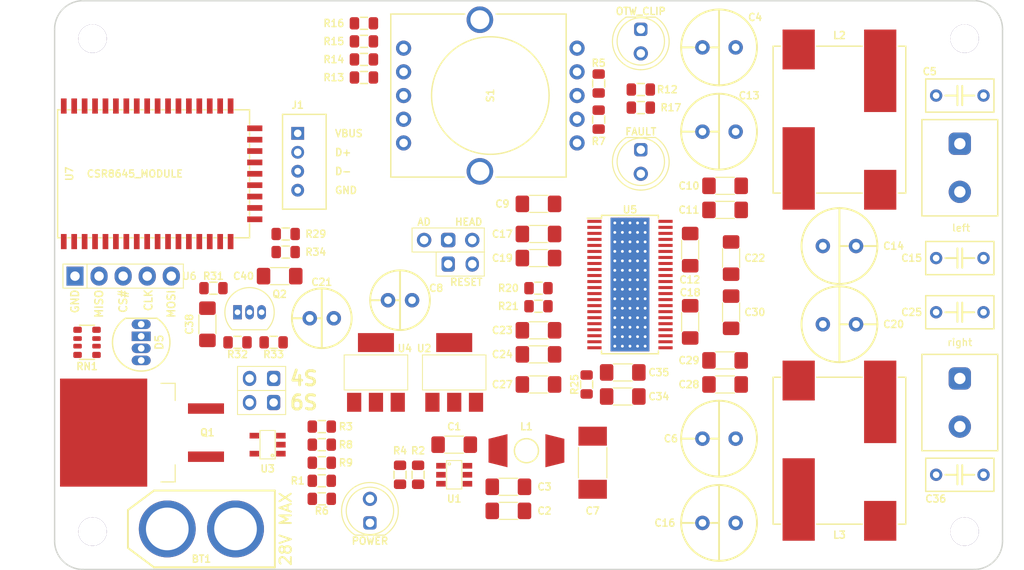
<source format=kicad_pcb>
(kicad_pcb (version 20171130) (host pcbnew "(5.0.2)-1")

  (general
    (thickness 1.6)
    (drawings 15)
    (tracks 0)
    (zones 0)
    (modules 87)
    (nets 70)
  )

  (page A4)
  (layers
    (0 F.Cu signal)
    (31 B.Cu signal)
    (32 B.Adhes user)
    (33 F.Adhes user)
    (34 B.Paste user)
    (35 F.Paste user)
    (36 B.SilkS user)
    (37 F.SilkS user)
    (38 B.Mask user)
    (39 F.Mask user)
    (40 Dwgs.User user)
    (41 Cmts.User user)
    (42 Eco1.User user)
    (43 Eco2.User user)
    (44 Edge.Cuts user)
    (45 Margin user)
    (46 B.CrtYd user)
    (47 F.CrtYd user)
    (48 B.Fab user)
    (49 F.Fab user)
  )

  (setup
    (last_trace_width 2.032)
    (user_trace_width 0.254)
    (user_trace_width 0.3048)
    (user_trace_width 0.4064)
    (user_trace_width 0.508)
    (user_trace_width 0.762)
    (user_trace_width 1.016)
    (user_trace_width 1.524)
    (user_trace_width 2.032)
    (trace_clearance 0.2032)
    (zone_clearance 0.254)
    (zone_45_only no)
    (trace_min 0.2)
    (segment_width 0.2)
    (edge_width 0.15)
    (via_size 0.8)
    (via_drill 0.4)
    (via_min_size 0.4)
    (via_min_drill 0.3)
    (uvia_size 0.3)
    (uvia_drill 0.1)
    (uvias_allowed no)
    (uvia_min_size 0.2)
    (uvia_min_drill 0.1)
    (pcb_text_width 0.3)
    (pcb_text_size 1.5 1.5)
    (mod_edge_width 0.15)
    (mod_text_size 1 1)
    (mod_text_width 0.15)
    (pad_size 3 3)
    (pad_drill 3)
    (pad_to_mask_clearance 0.051)
    (solder_mask_min_width 0.25)
    (aux_axis_origin 0 0)
    (visible_elements 7FFFFFFF)
    (pcbplotparams
      (layerselection 0x010f0_ffffffff)
      (usegerberextensions true)
      (usegerberattributes false)
      (usegerberadvancedattributes false)
      (creategerberjobfile false)
      (excludeedgelayer true)
      (linewidth 0.100000)
      (plotframeref false)
      (viasonmask false)
      (mode 1)
      (useauxorigin false)
      (hpglpennumber 1)
      (hpglpenspeed 20)
      (hpglpendiameter 15.000000)
      (psnegative false)
      (psa4output false)
      (plotreference true)
      (plotvalue true)
      (plotinvisibletext false)
      (padsonsilk false)
      (subtractmaskfromsilk false)
      (outputformat 1)
      (mirror false)
      (drillshape 0)
      (scaleselection 1)
      (outputdirectory "../gerber/"))
  )

  (net 0 "")
  (net 1 -BATT)
  (net 2 +BATT)
  (net 3 GND)
  (net 4 +5V)
  (net 5 "Net-(C5-Pad1)")
  (net 6 "Net-(C10-Pad1)")
  (net 7 "Net-(C11-Pad1)")
  (net 8 "Net-(C15-Pad2)")
  (net 9 SPK_LP)
  (net 10 "Net-(C17-Pad2)")
  (net 11 "Net-(C19-Pad2)")
  (net 12 SPK_LN)
  (net 13 +3V3)
  (net 14 SPK_RP)
  (net 15 "Net-(C23-Pad2)")
  (net 16 "Net-(C24-Pad2)")
  (net 17 SPK_RN)
  (net 18 "Net-(C25-Pad1)")
  (net 19 /CMUTE)
  (net 20 "Net-(C28-Pad2)")
  (net 21 "Net-(C29-Pad2)")
  (net 22 "Net-(C36-Pad2)")
  (net 23 "Net-(C38-Pad2)")
  (net 24 1V8)
  (net 25 "Net-(D2-Pad1)")
  (net 26 "Net-(D3-Pad2)")
  (net 27 "Net-(D4-Pad1)")
  (net 28 /SW_GATE)
  (net 29 /PWER_E)
  (net 30 "Net-(Q2-Pad2)")
  (net 31 "Net-(R2-Pad2)")
  (net 32 /MAX_VDIV)
  (net 33 "Net-(R5-Pad2)")
  (net 34 "Net-(R7-Pad2)")
  (net 35 "Net-(R8-Pad1)")
  (net 36 "Net-(R9-Pad1)")
  (net 37 OTW_CLIP)
  (net 38 "Net-(R13-Pad1)")
  (net 39 "Net-(R14-Pad1)")
  (net 40 "Net-(R15-Pad1)")
  (net 41 "Net-(R16-Pad1)")
  (net 42 FAULT)
  (net 43 /SPI_PCM)
  (net 44 HEAD)
  (net 45 /OUT1_P)
  (net 46 /OUT1_M)
  (net 47 /OUT2_M)
  (net 48 /OUT2_P)
  (net 49 /GVDD)
  (net 50 /RESET)
  (net 51 /FREQ_ADJ)
  (net 52 "Net-(D5-Pad1)")
  (net 53 "Net-(D5-Pad3)")
  (net 54 "Net-(D5-Pad4)")
  (net 55 +7.5V)
  (net 56 /GAIN_SLV)
  (net 57 "Net-(C1-Pad1)")
  (net 58 "Net-(C1-Pad2)")
  (net 59 VBUS)
  (net 60 /USB_D-)
  (net 61 /USB_D+)
  (net 62 /RST)
  (net 63 /MISO)
  (net 64 /CS#)
  (net 65 /CLK)
  (net 66 /MOSI)
  (net 67 /RED)
  (net 68 /GRN)
  (net 69 /BLU)

  (net_class Default "This is the default net class."
    (clearance 0.2032)
    (trace_width 0.2032)
    (via_dia 0.8)
    (via_drill 0.4)
    (uvia_dia 0.3)
    (uvia_drill 0.1)
    (add_net +3V3)
    (add_net +5V)
    (add_net +7.5V)
    (add_net +BATT)
    (add_net -BATT)
    (add_net /BLU)
    (add_net /CLK)
    (add_net /CMUTE)
    (add_net /CS#)
    (add_net /FREQ_ADJ)
    (add_net /GAIN_SLV)
    (add_net /GRN)
    (add_net /GVDD)
    (add_net /MAX_VDIV)
    (add_net /MISO)
    (add_net /MOSI)
    (add_net /OUT1_M)
    (add_net /OUT1_P)
    (add_net /OUT2_M)
    (add_net /OUT2_P)
    (add_net /PWER_E)
    (add_net /RED)
    (add_net /RESET)
    (add_net /RST)
    (add_net /SPI_PCM)
    (add_net /SW_GATE)
    (add_net /USB_D+)
    (add_net /USB_D-)
    (add_net 1V8)
    (add_net FAULT)
    (add_net GND)
    (add_net HEAD)
    (add_net "Net-(C1-Pad1)")
    (add_net "Net-(C1-Pad2)")
    (add_net "Net-(C10-Pad1)")
    (add_net "Net-(C11-Pad1)")
    (add_net "Net-(C15-Pad2)")
    (add_net "Net-(C17-Pad2)")
    (add_net "Net-(C19-Pad2)")
    (add_net "Net-(C23-Pad2)")
    (add_net "Net-(C24-Pad2)")
    (add_net "Net-(C25-Pad1)")
    (add_net "Net-(C28-Pad2)")
    (add_net "Net-(C29-Pad2)")
    (add_net "Net-(C36-Pad2)")
    (add_net "Net-(C38-Pad2)")
    (add_net "Net-(C5-Pad1)")
    (add_net "Net-(D2-Pad1)")
    (add_net "Net-(D3-Pad2)")
    (add_net "Net-(D4-Pad1)")
    (add_net "Net-(D5-Pad1)")
    (add_net "Net-(D5-Pad3)")
    (add_net "Net-(D5-Pad4)")
    (add_net "Net-(Q2-Pad2)")
    (add_net "Net-(R13-Pad1)")
    (add_net "Net-(R14-Pad1)")
    (add_net "Net-(R15-Pad1)")
    (add_net "Net-(R16-Pad1)")
    (add_net "Net-(R2-Pad2)")
    (add_net "Net-(R5-Pad2)")
    (add_net "Net-(R7-Pad2)")
    (add_net "Net-(R8-Pad1)")
    (add_net "Net-(R9-Pad1)")
    (add_net OTW_CLIP)
    (add_net SPK_LN)
    (add_net SPK_LP)
    (add_net SPK_RN)
    (add_net SPK_RP)
    (add_net VBUS)
  )

  (module NovaBox:SW_SPDT_JUMPER (layer F.Cu) (tedit 5C965006) (tstamp 5C97E359)
    (at 96.52 55.245 180)
    (path /5D89B6F3)
    (fp_text reference SW3 (at -1.27 -0.635 180) (layer F.SilkS) hide
      (effects (font (size 0.0254 0.0254) (thickness 0.001)))
    )
    (fp_text value HEAD/AD (at 0 -0.5 180) (layer F.Fab) hide
      (effects (font (size 0.0254 0.0254) (thickness 0.001)))
    )
    (fp_line (start -3.81 1.27) (end -3.81 -1.27) (layer F.SilkS) (width 0.1))
    (fp_line (start 3.81 1.27) (end -3.81 1.27) (layer F.SilkS) (width 0.1))
    (fp_line (start 3.81 -1.27) (end 3.81 1.27) (layer F.SilkS) (width 0.1))
    (fp_line (start -3.81 -1.27) (end 3.81 -1.27) (layer F.SilkS) (width 0.1))
    (pad 3 thru_hole circle (at 2.54 0 180) (size 1.524 1.524) (drill 0.9) (layers *.Cu *.Mask)
      (net 3 GND))
    (pad 2 thru_hole roundrect (at 0 0 180) (size 1.524 1.524) (drill 0.9) (layers *.Cu *.Mask) (roundrect_rratio 0.25)
      (net 44 HEAD))
    (pad 1 thru_hole circle (at -2.54 0 180) (size 1.524 1.524) (drill 0.9) (layers *.Cu *.Mask)
      (net 4 +5V))
    (model ${KISYS3DMOD}/Pin_Headers.3dshapes/Pin_Header_Straight_1x03.wrl
      (at (xyz 0 0 0))
      (scale (xyz 1 1 1))
      (rotate (xyz 0 0 0))
    )
  )

  (module NovaBox:C_1812 (layer F.Cu) (tedit 5C93F8B8) (tstamp 5C8E9975)
    (at 111.76 78.74 90)
    (descr "Capacitor SMD 1812, reflow soldering, AVX (see smccp.pdf)")
    (tags "capacitor 1812")
    (path /5C90F351)
    (attr smd)
    (fp_text reference C7 (at -5.08 0) (layer F.SilkS)
      (effects (font (size 0.75 0.75) (thickness 0.15)))
    )
    (fp_text value 15μF (at 1.27 1.143 90) (layer F.Fab) hide
      (effects (font (size 0.0254 0.0254) (thickness 0.001)))
    )
    (fp_line (start -1.6 1.5) (end 1.6 1.5) (layer F.SilkS) (width 0.12))
    (fp_line (start 1.6 -1.5) (end -1.6 -1.5) (layer F.SilkS) (width 0.12))
    (pad 2 smd rect (at 2.8 0 90) (size 2 3) (layers F.Cu F.Paste F.Mask)
      (net 55 +7.5V))
    (pad 1 smd rect (at -2.8 0 90) (size 2 3) (layers F.Cu F.Paste F.Mask)
      (net 3 GND))
    (model Capacitors_SMD.3dshapes/C_1812.wrl
      (at (xyz 0 0 0))
      (scale (xyz 1 1 1))
      (rotate (xyz 0 0 0))
    )
  )

  (module NovaBox:TSSOP-44_4.4x9.7mm_Pitch0.635mm_ThermalPad (layer F.Cu) (tedit 5C93EC95) (tstamp 5C7B693F)
    (at 115.697 59.944)
    (descr "TSSOP44: as drawn from the TPA3220 datasheet")
    (tags "TSSOP 0.635 thermal pad")
    (path /5C5F4A7C)
    (attr smd)
    (fp_text reference U5 (at 0 -7.9) (layer F.SilkS)
      (effects (font (size 0.75 0.75) (thickness 0.15)))
    )
    (fp_text value TPA3220 (at 1.125 4.72) (layer F.SilkS) hide
      (effects (font (size 0.0254 0.0254) (thickness 0.001)))
    )
    (fp_line (start 0.3 3.5) (end 2.07 3.5) (layer F.CrtYd) (width 0.05))
    (fp_line (start -2.07 3.5) (end -0.3 3.5) (layer F.CrtYd) (width 0.05))
    (fp_line (start 0.3 3.5) (end 0.3 3.63) (layer F.CrtYd) (width 0.05))
    (fp_line (start -0.3 3.63) (end 0.3 3.63) (layer F.CrtYd) (width 0.05))
    (fp_line (start -0.3 3.5) (end -0.3 3.63) (layer Dwgs.User) (width 0.05))
    (fp_line (start 2.07 -3.5) (end 2.07 3.5) (layer F.CrtYd) (width 0.05))
    (fp_line (start -2.07 -3.5) (end -2.07 3.5) (layer F.CrtYd) (width 0.05))
    (fp_line (start 0.3 -3.5) (end 2.07 -3.5) (layer F.CrtYd) (width 0.05))
    (fp_line (start 0.3 -3.63) (end 0.3 -3.5) (layer F.CrtYd) (width 0.05))
    (fp_line (start -0.3 -3.63) (end 0.3 -3.63) (layer F.CrtYd) (width 0.05))
    (fp_line (start -0.3 -3.5) (end -0.3 -3.63) (layer F.CrtYd) (width 0.05))
    (fp_line (start -2.07 -3.5) (end -0.3 -3.5) (layer F.CrtYd) (width 0.05))
    (fp_line (start -3 -7.3) (end -3 -7) (layer F.SilkS) (width 0.15))
    (fp_line (start 3 -7) (end 3 -7.3) (layer F.SilkS) (width 0.15))
    (fp_line (start 3 7.3) (end 3 7) (layer F.SilkS) (width 0.15))
    (fp_line (start -3 7.3) (end -3 7) (layer F.SilkS) (width 0.15))
    (fp_line (start -3 -7.3) (end 3 -7.3) (layer F.SilkS) (width 0.15))
    (fp_line (start -3 7.3) (end 3 7.3) (layer F.SilkS) (width 0.15))
    (fp_line (start -3 -7) (end -4.5 -7) (layer F.SilkS) (width 0.15))
    (pad 45 thru_hole rect (at 1.6 6.5) (size 0.9 1.1) (drill 0.3) (layers *.Cu)
      (net 3 GND))
    (pad 45 thru_hole rect (at 0.8 6.5) (size 0.9 1.1) (drill 0.3) (layers *.Cu)
      (net 3 GND))
    (pad 45 thru_hole rect (at 0 6.5) (size 0.9 1.1) (drill 0.3) (layers *.Cu)
      (net 3 GND))
    (pad 45 thru_hole rect (at -0.8 6.5) (size 0.9 1.1) (drill 0.3) (layers *.Cu)
      (net 3 GND))
    (pad 45 thru_hole rect (at -1.6 6.5) (size 0.9 1.1) (drill 0.3) (layers *.Cu)
      (net 3 GND))
    (pad 45 thru_hole rect (at 1.6 5.5) (size 0.9 1.1) (drill 0.3) (layers *.Cu)
      (net 3 GND))
    (pad 45 thru_hole rect (at 0.8 5.5) (size 0.9 1.1) (drill 0.3) (layers *.Cu)
      (net 3 GND))
    (pad 45 thru_hole rect (at 0 5.5) (size 0.9 1.1) (drill 0.3) (layers *.Cu)
      (net 3 GND))
    (pad 45 thru_hole rect (at -0.8 5.5) (size 0.9 1.1) (drill 0.3) (layers *.Cu)
      (net 3 GND))
    (pad 45 thru_hole rect (at -1.6 5.5) (size 0.9 1.1) (drill 0.3) (layers *.Cu)
      (net 3 GND))
    (pad 45 thru_hole rect (at 1.6 4.5) (size 0.9 1.1) (drill 0.3) (layers *.Cu)
      (net 3 GND))
    (pad 45 thru_hole rect (at 0.8 4.5) (size 0.9 1.1) (drill 0.3) (layers *.Cu)
      (net 3 GND))
    (pad 45 thru_hole rect (at 0 4.5) (size 0.9 1.1) (drill 0.3) (layers *.Cu)
      (net 3 GND))
    (pad 45 thru_hole rect (at -0.8 4.5) (size 0.9 1.1) (drill 0.3) (layers *.Cu)
      (net 3 GND))
    (pad 45 thru_hole rect (at -1.6 4.5) (size 0.9 1.1) (drill 0.3) (layers *.Cu)
      (net 3 GND))
    (pad 45 thru_hole rect (at 1.6 3.5) (size 0.9 1.1) (drill 0.3) (layers *.Cu *.Mask)
      (net 3 GND))
    (pad 45 thru_hole rect (at 0.8 3.5) (size 0.9 1.1) (drill 0.3) (layers *.Cu *.Mask)
      (net 3 GND))
    (pad 45 thru_hole rect (at 0 3.5) (size 0.9 1.1) (drill 0.3) (layers *.Cu *.Mask)
      (net 3 GND))
    (pad 45 thru_hole rect (at -0.8 3.5) (size 0.9 1.1) (drill 0.3) (layers *.Cu *.Mask)
      (net 3 GND))
    (pad 45 thru_hole rect (at -1.6 3.5) (size 0.9 1.1) (drill 0.3) (layers *.Cu *.Mask)
      (net 3 GND))
    (pad 45 thru_hole rect (at 1.6 2.5) (size 0.9 1.1) (drill 0.3) (layers *.Cu *.Mask)
      (net 3 GND))
    (pad 45 thru_hole rect (at 0.8 2.5) (size 0.9 1.1) (drill 0.3) (layers *.Cu *.Mask)
      (net 3 GND))
    (pad 45 thru_hole rect (at 0 2.5) (size 0.9 1.1) (drill 0.3) (layers *.Cu *.Mask)
      (net 3 GND))
    (pad 45 thru_hole rect (at -0.8 2.5) (size 0.9 1.1) (drill 0.3) (layers *.Cu *.Mask)
      (net 3 GND))
    (pad 45 thru_hole rect (at -1.6 2.5) (size 0.9 1.1) (drill 0.3) (layers *.Cu *.Mask)
      (net 3 GND))
    (pad 45 thru_hole rect (at 1.6 1.5) (size 0.9 1.1) (drill 0.3) (layers *.Cu *.Mask)
      (net 3 GND))
    (pad 45 thru_hole rect (at 0.8 1.5) (size 0.9 1.1) (drill 0.3) (layers *.Cu *.Mask)
      (net 3 GND))
    (pad 45 thru_hole rect (at 0 1.5) (size 0.9 1.1) (drill 0.3) (layers *.Cu *.Mask)
      (net 3 GND))
    (pad 45 thru_hole rect (at -0.8 1.5) (size 0.9 1.1) (drill 0.3) (layers *.Cu *.Mask)
      (net 3 GND))
    (pad 45 thru_hole rect (at -1.6 1.5) (size 0.9 1.1) (drill 0.3) (layers *.Cu *.Mask)
      (net 3 GND))
    (pad 45 thru_hole rect (at 1.6 0.5) (size 0.9 1.1) (drill 0.3) (layers *.Cu *.Mask)
      (net 3 GND))
    (pad 45 thru_hole rect (at 0.8 0.5) (size 0.9 1.1) (drill 0.3) (layers *.Cu *.Mask)
      (net 3 GND))
    (pad 45 thru_hole rect (at 0 0.5) (size 0.9 1.1) (drill 0.3) (layers *.Cu *.Mask)
      (net 3 GND))
    (pad 45 thru_hole rect (at -0.8 0.5) (size 0.9 1.1) (drill 0.3) (layers *.Cu *.Mask)
      (net 3 GND))
    (pad 45 thru_hole rect (at -1.6 0.5) (size 0.9 1.1) (drill 0.3) (layers *.Cu *.Mask)
      (net 3 GND))
    (pad 45 thru_hole rect (at 1.6 -0.5) (size 0.9 1.1) (drill 0.3) (layers *.Cu *.Mask)
      (net 3 GND))
    (pad 45 thru_hole rect (at 0.8 -0.5) (size 0.9 1.1) (drill 0.3) (layers *.Cu *.Mask)
      (net 3 GND))
    (pad 45 thru_hole rect (at 0 -0.5) (size 0.9 1.1) (drill 0.3) (layers *.Cu *.Mask)
      (net 3 GND))
    (pad 45 thru_hole rect (at -0.8 -0.5) (size 0.9 1.1) (drill 0.3) (layers *.Cu *.Mask)
      (net 3 GND))
    (pad 45 thru_hole rect (at -1.6 -0.5) (size 0.9 1.1) (drill 0.3) (layers *.Cu *.Mask)
      (net 3 GND))
    (pad 45 thru_hole rect (at 1.6 -1.5) (size 0.9 1.1) (drill 0.3) (layers *.Cu *.Mask)
      (net 3 GND))
    (pad 45 thru_hole rect (at 0.8 -1.5) (size 0.9 1.1) (drill 0.3) (layers *.Cu *.Mask)
      (net 3 GND))
    (pad 45 thru_hole rect (at 0 -1.5) (size 0.9 1.1) (drill 0.3) (layers *.Cu *.Mask)
      (net 3 GND))
    (pad 45 thru_hole rect (at -0.8 -1.5) (size 0.9 1.1) (drill 0.3) (layers *.Cu *.Mask)
      (net 3 GND))
    (pad 45 thru_hole rect (at -1.6 -1.5) (size 0.9 1.1) (drill 0.3) (layers *.Cu *.Mask)
      (net 3 GND))
    (pad 45 thru_hole rect (at 1.6 -2.5) (size 0.9 1.1) (drill 0.3) (layers *.Cu *.Mask)
      (net 3 GND))
    (pad 45 thru_hole rect (at 0.8 -2.5) (size 0.9 1.1) (drill 0.3) (layers *.Cu *.Mask)
      (net 3 GND))
    (pad 45 thru_hole rect (at 0 -2.5) (size 0.9 1.1) (drill 0.3) (layers *.Cu *.Mask)
      (net 3 GND))
    (pad 45 thru_hole rect (at -0.8 -2.5) (size 0.9 1.1) (drill 0.3) (layers *.Cu *.Mask)
      (net 3 GND))
    (pad 45 thru_hole rect (at -1.6 -2.5) (size 0.9 1.1) (drill 0.3) (layers *.Cu *.Mask)
      (net 3 GND))
    (pad 45 thru_hole rect (at 1.6 -3.5) (size 0.9 1.1) (drill 0.3) (layers *.Cu *.Mask)
      (net 3 GND))
    (pad 45 thru_hole rect (at 0.8 -3.5) (size 0.9 1.1) (drill 0.3) (layers *.Cu *.Mask)
      (net 3 GND))
    (pad 45 thru_hole rect (at 0 -3.5) (size 0.9 1.1) (drill 0.3) (layers *.Cu *.Mask)
      (net 3 GND))
    (pad 45 thru_hole rect (at -0.8 -3.5) (size 0.9 1.1) (drill 0.3) (layers *.Cu *.Mask)
      (net 3 GND))
    (pad 45 thru_hole rect (at -1.6 -3.5) (size 0.9 1.1) (drill 0.3) (layers *.Cu *.Mask)
      (net 3 GND))
    (pad 45 thru_hole rect (at 1.6 -4.5) (size 0.9 1.1) (drill 0.3) (layers *.Cu)
      (net 3 GND))
    (pad 45 thru_hole rect (at 0.8 -4.5) (size 0.9 1.1) (drill 0.3) (layers *.Cu)
      (net 3 GND))
    (pad 45 thru_hole rect (at 0 -4.5) (size 0.9 1.1) (drill 0.3) (layers *.Cu)
      (net 3 GND))
    (pad 45 thru_hole rect (at -0.8 -4.5) (size 0.9 1.1) (drill 0.3) (layers *.Cu)
      (net 3 GND))
    (pad 45 thru_hole rect (at -1.6 -4.5) (size 0.9 1.1) (drill 0.3) (layers *.Cu)
      (net 3 GND))
    (pad 45 thru_hole rect (at 1.6 -5.5) (size 0.9 1.1) (drill 0.3) (layers *.Cu)
      (net 3 GND))
    (pad 45 thru_hole rect (at 0.8 -5.5) (size 0.9 1.1) (drill 0.3) (layers *.Cu)
      (net 3 GND))
    (pad 45 thru_hole rect (at 0 -5.5) (size 0.9 1.1) (drill 0.3) (layers *.Cu)
      (net 3 GND))
    (pad 45 thru_hole rect (at -0.8 -5.5) (size 0.9 1.1) (drill 0.3) (layers *.Cu)
      (net 3 GND))
    (pad 45 thru_hole rect (at -1.6 -5.5) (size 0.9 1.1) (drill 0.3) (layers *.Cu)
      (net 3 GND))
    (pad 45 thru_hole rect (at 1.6 -6.5) (size 0.9 1.1) (drill 0.3) (layers *.Cu)
      (net 3 GND))
    (pad 45 thru_hole rect (at 0.8 -6.5) (size 0.9 1.1) (drill 0.3) (layers *.Cu)
      (net 3 GND))
    (pad 45 thru_hole rect (at 0 -6.5) (size 0.9 1.1) (drill 0.3) (layers *.Cu)
      (net 3 GND))
    (pad 45 thru_hole rect (at -0.8 -6.5) (size 0.9 1.1) (drill 0.3) (layers *.Cu)
      (net 3 GND))
    (pad 45 thru_hole rect (at -1.6 -6.5) (size 0.9 1.1) (drill 0.3) (layers *.Cu)
      (net 3 GND))
    (pad 44 smd rect (at 3.75 -6.6675) (size 1.5 0.32) (layers F.Cu F.Paste F.Mask)
      (net 6 "Net-(C10-Pad1)"))
    (pad 43 smd rect (at 3.75 -6.0325) (size 1.5 0.32) (layers F.Cu F.Paste F.Mask)
      (net 7 "Net-(C11-Pad1)"))
    (pad 42 smd rect (at 3.75 -5.3975) (size 1.5 0.32) (layers F.Cu F.Paste F.Mask)
      (net 3 GND))
    (pad 41 smd rect (at 3.75 -4.7625) (size 1.5 0.32) (layers F.Cu F.Paste F.Mask)
      (net 3 GND))
    (pad 40 smd rect (at 3.75 -4.1275) (size 1.5 0.32) (layers F.Cu F.Paste F.Mask)
      (net 45 /OUT1_P))
    (pad 39 smd rect (at 3.75 -3.4925) (size 1.5 0.32) (layers F.Cu F.Paste F.Mask)
      (net 45 /OUT1_P))
    (pad 38 smd rect (at 3.75 -2.8575) (size 1.5 0.32) (layers F.Cu F.Paste F.Mask)
      (net 2 +BATT))
    (pad 37 smd rect (at 3.75 -2.2225) (size 1.5 0.32) (layers F.Cu F.Paste F.Mask)
      (net 2 +BATT))
    (pad 36 smd rect (at 3.75 -1.5875) (size 1.5 0.32) (layers F.Cu F.Paste F.Mask)
      (net 2 +BATT))
    (pad 35 smd rect (at 3.75 -0.9525) (size 1.5 0.32) (layers F.Cu F.Paste F.Mask)
      (net 46 /OUT1_M))
    (pad 34 smd rect (at 3.75 -0.3175) (size 1.5 0.32) (layers F.Cu F.Paste F.Mask)
      (net 3 GND))
    (pad 33 smd rect (at 3.75 0.3175) (size 1.5 0.32) (layers F.Cu F.Paste F.Mask)
      (net 3 GND))
    (pad 32 smd rect (at 3.75 0.9525) (size 1.5 0.32) (layers F.Cu F.Paste F.Mask)
      (net 48 /OUT2_P))
    (pad 31 smd rect (at 3.75 1.5875) (size 1.5 0.32) (layers F.Cu F.Paste F.Mask)
      (net 2 +BATT))
    (pad 30 smd rect (at 3.75 2.2225) (size 1.5 0.32) (layers F.Cu F.Paste F.Mask)
      (net 2 +BATT))
    (pad 29 smd rect (at 3.75 2.8575) (size 1.5 0.32) (layers F.Cu F.Paste F.Mask)
      (net 2 +BATT))
    (pad 28 smd rect (at 3.75 3.4925) (size 1.5 0.32) (layers F.Cu F.Paste F.Mask)
      (net 47 /OUT2_M))
    (pad 27 smd rect (at 3.75 4.1275) (size 1.5 0.32) (layers F.Cu F.Paste F.Mask)
      (net 47 /OUT2_M))
    (pad 26 smd rect (at 3.75 4.7625) (size 1.5 0.32) (layers F.Cu F.Paste F.Mask)
      (net 3 GND))
    (pad 25 smd rect (at 3.75 5.3975) (size 1.5 0.32) (layers F.Cu F.Paste F.Mask)
      (net 3 GND))
    (pad 24 smd rect (at 3.75 6.0325) (size 1.5 0.32) (layers F.Cu F.Paste F.Mask)
      (net 21 "Net-(C29-Pad2)"))
    (pad 23 smd rect (at 3.75 6.6675) (size 1.5 0.32) (layers F.Cu F.Paste F.Mask)
      (net 20 "Net-(C28-Pad2)"))
    (pad 22 smd rect (at -3.75 6.6675) (size 1.5 0.32) (layers F.Cu F.Paste F.Mask)
      (net 49 /GVDD))
    (pad 21 smd rect (at -3.75 6.0325) (size 1.5 0.32) (layers F.Cu F.Paste F.Mask)
      (net 4 +5V))
    (pad 20 smd rect (at -3.75 5.3975) (size 1.5 0.32) (layers F.Cu F.Paste F.Mask)
      (net 3 GND))
    (pad 19 smd rect (at -3.75 4.7625) (size 1.5 0.32) (layers F.Cu F.Paste F.Mask)
      (net 3 GND))
    (pad 18 smd rect (at -3.75 4.1275) (size 1.5 0.32) (layers F.Cu F.Paste F.Mask)
      (net 3 GND))
    (pad 17 smd rect (at -3.75 3.4925) (size 1.5 0.32) (layers F.Cu F.Paste F.Mask)
      (net 19 /CMUTE))
    (pad 16 smd rect (at -3.75 2.8575) (size 1.5 0.32) (layers F.Cu F.Paste F.Mask)
      (net 16 "Net-(C24-Pad2)"))
    (pad 15 smd rect (at -3.75 2.2225) (size 1.5 0.32) (layers F.Cu F.Paste F.Mask)
      (net 15 "Net-(C23-Pad2)"))
    (pad 14 smd rect (at -3.75 1.5875) (size 1.5 0.32) (layers F.Cu F.Paste F.Mask)
      (net 51 /FREQ_ADJ))
    (pad 13 smd rect (at -3.75 0.9525) (size 1.5 0.32) (layers F.Cu F.Paste F.Mask))
    (pad 12 smd rect (at -3.75 0.3175) (size 1.5 0.32) (layers F.Cu F.Paste F.Mask))
    (pad 11 smd rect (at -3.75 -0.3175) (size 1.5 0.32) (layers F.Cu F.Paste F.Mask)
      (net 44 HEAD))
    (pad 10 smd rect (at -3.75 -0.9525) (size 1.5 0.32) (layers F.Cu F.Paste F.Mask)
      (net 50 /RESET))
    (pad 9 smd rect (at -3.75 -1.5875) (size 1.5 0.32) (layers F.Cu F.Paste F.Mask)
      (net 11 "Net-(C19-Pad2)"))
    (pad 8 smd rect (at -3.75 -2.2225) (size 1.5 0.32) (layers F.Cu F.Paste F.Mask)
      (net 10 "Net-(C17-Pad2)"))
    (pad 7 smd rect (at -3.75 -2.8575) (size 1.5 0.32) (layers F.Cu F.Paste F.Mask)
      (net 3 GND))
    (pad 6 smd rect (at -3.75 -3.4925) (size 1.5 0.32) (layers F.Cu F.Paste F.Mask)
      (net 3 GND))
    (pad 5 smd rect (at -3.75 -4.1275) (size 1.5 0.32) (layers F.Cu F.Paste F.Mask)
      (net 3 GND))
    (pad 4 smd rect (at -3.75 -4.7625) (size 1.5 0.32) (layers F.Cu F.Paste F.Mask)
      (net 42 FAULT))
    (pad 3 smd rect (at -3.75 -5.3975) (size 1.5 0.32) (layers F.Cu F.Paste F.Mask)
      (net 37 OTW_CLIP))
    (pad 2 smd rect (at -3.75 -6.0325) (size 1.5 0.32) (layers F.Cu F.Paste F.Mask)
      (net 56 /GAIN_SLV))
    (pad 1 smd rect (at -3.75 -6.6675) (size 1.5 0.32) (layers F.Cu F.Paste F.Mask)
      (net 4 +5V))
  )

  (module NovaBox:Resistor_Array_x4_1206 (layer F.Cu) (tedit 5C93EB62) (tstamp 5C94685F)
    (at 58.42 66.04 90)
    (path /5C865A84)
    (fp_text reference RN1 (at -2.54 0 180) (layer F.SilkS)
      (effects (font (size 0.75 0.75) (thickness 0.15)))
    )
    (fp_text value 1K (at -1.27 0 90) (layer Dwgs.User) hide
      (effects (font (size 0.0254 0.0254) (thickness 0.001)))
    )
    (fp_line (start -1.8 0.8) (end -1.8 -0.8) (layer F.SilkS) (width 0.15))
    (fp_line (start 1.8 -0.8) (end 1.8 0.8) (layer F.SilkS) (width 0.15))
    (pad 4 smd roundrect (at 1.325 1 90) (size 0.65 0.9) (layers F.Cu F.Paste F.Mask) (roundrect_rratio 0.25)
      (net 52 "Net-(D5-Pad1)"))
    (pad 3 smd roundrect (at 0.4 1 90) (size 0.5 0.9) (layers F.Cu F.Paste F.Mask) (roundrect_rratio 0.25)
      (net 53 "Net-(D5-Pad3)"))
    (pad 2 smd roundrect (at -0.4 1 90) (size 0.5 0.9) (layers F.Cu F.Paste F.Mask) (roundrect_rratio 0.25)
      (net 53 "Net-(D5-Pad3)"))
    (pad 1 smd roundrect (at -1.325 1 90) (size 0.65 0.9) (layers F.Cu F.Paste F.Mask) (roundrect_rratio 0.25)
      (net 54 "Net-(D5-Pad4)"))
    (pad 5 smd roundrect (at 1.325 -1 90) (size 0.65 0.9) (layers F.Cu F.Paste F.Mask) (roundrect_rratio 0.25)
      (net 67 /RED))
    (pad 6 smd roundrect (at 0.4 -1 90) (size 0.5 0.9) (layers F.Cu F.Paste F.Mask) (roundrect_rratio 0.25)
      (net 68 /GRN))
    (pad 7 smd roundrect (at -0.4 -1 90) (size 0.5 0.9) (layers F.Cu F.Paste F.Mask) (roundrect_rratio 0.25)
      (net 68 /GRN))
    (pad 8 smd roundrect (at -1.325 -1 90) (size 0.65 0.9) (layers F.Cu F.Paste F.Mask) (roundrect_rratio 0.25)
      (net 69 /BLU))
    (model Resistors_SMD.3dshapes/R_Array_Convex_4x0603.wrl
      (at (xyz 0 0 0))
      (scale (xyz 1 1 1))
      (rotate (xyz 0 0 90))
    )
  )

  (module NovaBox:COIL_SRR6603 (layer F.Cu) (tedit 5C8EB2C7) (tstamp 5C8EA051)
    (at 104.775 77.47)
    (path /5CAFBF72)
    (fp_text reference L1 (at 0 -2.54) (layer F.SilkS)
      (effects (font (size 0.75 0.75) (thickness 0.15)))
    )
    (fp_text value 68μH (at -1.27 -1.27) (layer F.Fab) hide
      (effects (font (size 0.0254 0.0254) (thickness 0.001)))
    )
    (fp_circle (center 0 0) (end 0 1.27) (layer F.SilkS) (width 0.15))
    (pad 2 smd trapezoid (at 3 0 270) (size 3 2) (rect_delta 0 0.5 ) (layers F.Cu F.Paste F.Mask)
      (net 55 +7.5V))
    (pad 1 smd trapezoid (at -3 0 270) (size 3 2) (rect_delta 0 -0.5 ) (layers F.Cu F.Paste F.Mask)
      (net 57 "Net-(C1-Pad1)"))
  )

  (module NovaBox:C_FILM_5MM (layer F.Cu) (tedit 5C8EB224) (tstamp 5C8F3F36)
    (at 150.495 40.005)
    (path /5CA57F0A)
    (fp_text reference C5 (at -3.175 -2.54) (layer F.SilkS)
      (effects (font (size 0.75 0.75) (thickness 0.15)))
    )
    (fp_text value 1μF (at -1.016 -0.254) (layer F.Fab) hide
      (effects (font (size 0.127 0.127) (thickness 0.001)))
    )
    (fp_line (start 3.6 -1.75) (end -3.6 -1.75) (layer F.SilkS) (width 0.15))
    (fp_line (start 3.6 1.75) (end 3.6 -1.75) (layer F.SilkS) (width 0.15))
    (fp_line (start -3.6 1.75) (end 3.6 1.75) (layer F.SilkS) (width 0.15))
    (fp_line (start -3.6 -1.75) (end -3.6 1.75) (layer F.SilkS) (width 0.15))
    (fp_line (start -0.254 0) (end -1.524 0) (layer F.SilkS) (width 0.2))
    (fp_line (start 0.254 0) (end 1.524 0) (layer F.SilkS) (width 0.2))
    (fp_line (start 0.254 -1.016) (end 0.254 1.016) (layer F.SilkS) (width 0.2))
    (fp_line (start -0.254 -1.016) (end -0.254 1.016) (layer F.SilkS) (width 0.2))
    (pad 2 thru_hole circle (at 2.5 0) (size 1.3 1.3) (drill 0.7) (layers *.Cu *.Mask)
      (net 3 GND))
    (pad 1 thru_hole circle (at -2.5 0) (size 1.3 1.3) (drill 0.7) (layers *.Cu *.Mask)
      (net 5 "Net-(C5-Pad1)"))
    (model ${KISYS3DMOD}/Capacitor_THT.3dshapes/C_Rect_L7.2mm_W3.5mm_P5.00mm_FKS2_FKP2_MKS2_MKP2.wrl
      (offset (xyz -2.5 0 0))
      (scale (xyz 1 1 1))
      (rotate (xyz 0 0 0))
    )
  )

  (module NovaBox:C_FILM_5MM (layer F.Cu) (tedit 5C8EB224) (tstamp 5C7296C9)
    (at 150.495 57.15)
    (path /5CAB1063)
    (fp_text reference C15 (at -5.08 0 180) (layer F.SilkS)
      (effects (font (size 0.75 0.75) (thickness 0.15)))
    )
    (fp_text value 1μF (at -1.016 -0.254) (layer F.Fab) hide
      (effects (font (size 0.127 0.127) (thickness 0.001)))
    )
    (fp_line (start 3.6 -1.75) (end -3.6 -1.75) (layer F.SilkS) (width 0.15))
    (fp_line (start 3.6 1.75) (end 3.6 -1.75) (layer F.SilkS) (width 0.15))
    (fp_line (start -3.6 1.75) (end 3.6 1.75) (layer F.SilkS) (width 0.15))
    (fp_line (start -3.6 -1.75) (end -3.6 1.75) (layer F.SilkS) (width 0.15))
    (fp_line (start -0.254 0) (end -1.524 0) (layer F.SilkS) (width 0.2))
    (fp_line (start 0.254 0) (end 1.524 0) (layer F.SilkS) (width 0.2))
    (fp_line (start 0.254 -1.016) (end 0.254 1.016) (layer F.SilkS) (width 0.2))
    (fp_line (start -0.254 -1.016) (end -0.254 1.016) (layer F.SilkS) (width 0.2))
    (pad 2 thru_hole circle (at 2.5 0) (size 1.3 1.3) (drill 0.7) (layers *.Cu *.Mask)
      (net 8 "Net-(C15-Pad2)"))
    (pad 1 thru_hole circle (at -2.5 0) (size 1.3 1.3) (drill 0.7) (layers *.Cu *.Mask)
      (net 3 GND))
    (model ${KISYS3DMOD}/Capacitor_THT.3dshapes/C_Rect_L7.2mm_W3.5mm_P5.00mm_FKS2_FKP2_MKS2_MKP2.wrl
      (offset (xyz -2.5 0 0))
      (scale (xyz 1 1 1))
      (rotate (xyz 0 0 0))
    )
  )

  (module NovaBox:C_FILM_5MM (layer F.Cu) (tedit 5C8EB224) (tstamp 5C8F5356)
    (at 150.495 62.865 180)
    (path /5CD72CE5)
    (fp_text reference C25 (at 5.08 0) (layer F.SilkS)
      (effects (font (size 0.75 0.75) (thickness 0.15)))
    )
    (fp_text value 1μF (at -1.016 -0.254 180) (layer F.Fab) hide
      (effects (font (size 0.127 0.127) (thickness 0.001)))
    )
    (fp_line (start 3.6 -1.75) (end -3.6 -1.75) (layer F.SilkS) (width 0.15))
    (fp_line (start 3.6 1.75) (end 3.6 -1.75) (layer F.SilkS) (width 0.15))
    (fp_line (start -3.6 1.75) (end 3.6 1.75) (layer F.SilkS) (width 0.15))
    (fp_line (start -3.6 -1.75) (end -3.6 1.75) (layer F.SilkS) (width 0.15))
    (fp_line (start -0.254 0) (end -1.524 0) (layer F.SilkS) (width 0.2))
    (fp_line (start 0.254 0) (end 1.524 0) (layer F.SilkS) (width 0.2))
    (fp_line (start 0.254 -1.016) (end 0.254 1.016) (layer F.SilkS) (width 0.2))
    (fp_line (start -0.254 -1.016) (end -0.254 1.016) (layer F.SilkS) (width 0.2))
    (pad 2 thru_hole circle (at 2.5 0 180) (size 1.3 1.3) (drill 0.7) (layers *.Cu *.Mask)
      (net 3 GND))
    (pad 1 thru_hole circle (at -2.5 0 180) (size 1.3 1.3) (drill 0.7) (layers *.Cu *.Mask)
      (net 18 "Net-(C25-Pad1)"))
    (model ${KISYS3DMOD}/Capacitor_THT.3dshapes/C_Rect_L7.2mm_W3.5mm_P5.00mm_FKS2_FKP2_MKS2_MKP2.wrl
      (offset (xyz -2.5 0 0))
      (scale (xyz 1 1 1))
      (rotate (xyz 0 0 0))
    )
  )

  (module NovaBox:C_FILM_5MM (layer F.Cu) (tedit 5C8EB224) (tstamp 5C7B4760)
    (at 150.495 80.01 180)
    (path /5CD72CEE)
    (fp_text reference C36 (at 2.54 -2.54 180) (layer F.SilkS)
      (effects (font (size 0.75 0.75) (thickness 0.15)))
    )
    (fp_text value 1μF (at -1.016 -0.254 180) (layer F.Fab) hide
      (effects (font (size 0.127 0.127) (thickness 0.001)))
    )
    (fp_line (start 3.6 -1.75) (end -3.6 -1.75) (layer F.SilkS) (width 0.15))
    (fp_line (start 3.6 1.75) (end 3.6 -1.75) (layer F.SilkS) (width 0.15))
    (fp_line (start -3.6 1.75) (end 3.6 1.75) (layer F.SilkS) (width 0.15))
    (fp_line (start -3.6 -1.75) (end -3.6 1.75) (layer F.SilkS) (width 0.15))
    (fp_line (start -0.254 0) (end -1.524 0) (layer F.SilkS) (width 0.2))
    (fp_line (start 0.254 0) (end 1.524 0) (layer F.SilkS) (width 0.2))
    (fp_line (start 0.254 -1.016) (end 0.254 1.016) (layer F.SilkS) (width 0.2))
    (fp_line (start -0.254 -1.016) (end -0.254 1.016) (layer F.SilkS) (width 0.2))
    (pad 2 thru_hole circle (at 2.5 0 180) (size 1.3 1.3) (drill 0.7) (layers *.Cu *.Mask)
      (net 22 "Net-(C36-Pad2)"))
    (pad 1 thru_hole circle (at -2.5 0 180) (size 1.3 1.3) (drill 0.7) (layers *.Cu *.Mask)
      (net 3 GND))
    (model ${KISYS3DMOD}/Capacitor_THT.3dshapes/C_Rect_L7.2mm_W3.5mm_P5.00mm_FKS2_FKP2_MKS2_MKP2.wrl
      (offset (xyz -2.5 0 0))
      (scale (xyz 1 1 1))
      (rotate (xyz 0 0 0))
    )
  )

  (module NovaBox:SOT-23-5 (layer F.Cu) (tedit 5C8E6FCB) (tstamp 5C7A3472)
    (at 77.47 76.835 180)
    (path /5C04A93D)
    (fp_text reference U3 (at 0 -2.54) (layer F.SilkS)
      (effects (font (size 0.75 0.75) (thickness 0.15)))
    )
    (fp_text value MAX6457 (at -0.2032 -0.004702 90) (layer Dwgs.User) hide
      (effects (font (size 0.1 0.1) (thickness 0.01)))
    )
    (fp_circle (center -0.508 -1.143) (end -0.508 -1.016) (layer F.SilkS) (width 0.15))
    (fp_line (start 0.8 1.5) (end -0.8 1.5) (layer F.SilkS) (width 0.1))
    (fp_line (start 0.8 -1.5) (end 0.8 1.5) (layer F.SilkS) (width 0.1))
    (fp_line (start -0.8 -1.5) (end 0.8 -1.5) (layer F.SilkS) (width 0.1))
    (fp_line (start -0.8 1.5) (end -0.8 -1.5) (layer F.SilkS) (width 0.1))
    (pad 1 smd rect (at -1.4 -0.95 90) (size 0.6 1) (layers F.Cu F.Paste F.Mask)
      (net 28 /SW_GATE))
    (pad 2 smd rect (at -1.4 0 90) (size 0.6 1) (layers F.Cu F.Paste F.Mask)
      (net 1 -BATT))
    (pad 3 smd rect (at -1.4 0.95 90) (size 0.6 1) (layers F.Cu F.Paste F.Mask)
      (net 32 /MAX_VDIV))
    (pad 4 smd rect (at 1.4 0.95 90) (size 0.6 1) (layers F.Cu F.Paste F.Mask)
      (net 1 -BATT))
    (pad 5 smd rect (at 1.4 -0.95 90) (size 0.6 1) (layers F.Cu F.Paste F.Mask)
      (net 2 +BATT))
    (model ${KISYS3DMOD}/Package_TO_SOT_SMD.3dshapes/SOT-23-5.wrl
      (at (xyz 0 0 0))
      (scale (xyz 1 1 1))
      (rotate (xyz 0 0 0))
    )
  )

  (module NovaBox:Switch_2.5mm (layer F.Cu) (tedit 5C7A5D28) (tstamp 5C8F146C)
    (at 76.835 72.39)
    (descr "general off-PCB switch 2.5mm pitch")
    (path /5C754A73)
    (fp_text reference SW9 (at 0 0) (layer F.SilkS) hide
      (effects (font (size 0.127 0.127) (thickness 0.0254)))
    )
    (fp_text value 6S (at 4.445 0) (layer F.SilkS)
      (effects (font (size 1.5 1.5) (thickness 0.3)))
    )
    (fp_line (start 2.54 1.27) (end -2.54 1.27) (layer F.SilkS) (width 0.1))
    (fp_line (start 2.54 -1.27) (end 2.54 1.27) (layer F.SilkS) (width 0.1))
    (fp_line (start -2.54 -1.27) (end 2.54 -1.27) (layer F.SilkS) (width 0.1))
    (fp_line (start -2.54 1.27) (end -2.54 -1.27) (layer F.SilkS) (width 0.1016))
    (pad 2 thru_hole oval (at -1.27 0) (size 1.4 1.6) (drill 0.9) (layers *.Cu *.Mask)
      (net 32 /MAX_VDIV))
    (pad 1 thru_hole roundrect (at 1.27 0) (size 1.4 1.6) (drill 0.9) (layers *.Cu *.Mask) (roundrect_rratio 0.25)
      (net 35 "Net-(R8-Pad1)"))
    (model Pin_Headers.3dshapes/Pin_Header_Straight_1x02.wrl
      (at (xyz 0 0 0))
      (scale (xyz 1 1 1))
      (rotate (xyz 0 0 0))
    )
  )

  (module NovaBox:Switch_2.5mm (layer F.Cu) (tedit 5C7A5D28) (tstamp 5C7A5B67)
    (at 76.835 69.85)
    (descr "general off-PCB switch 2.5mm pitch")
    (path /5C77B3FC)
    (fp_text reference SW10 (at 0 -0.651201) (layer F.SilkS) hide
      (effects (font (size 0.127 0.127) (thickness 0.0254)))
    )
    (fp_text value 4S (at 4.445 0) (layer F.SilkS)
      (effects (font (size 1.5 1.5) (thickness 0.3)))
    )
    (fp_line (start 2.54 1.27) (end -2.54 1.27) (layer F.SilkS) (width 0.1))
    (fp_line (start 2.54 -1.27) (end 2.54 1.27) (layer F.SilkS) (width 0.1))
    (fp_line (start -2.54 -1.27) (end 2.54 -1.27) (layer F.SilkS) (width 0.1))
    (fp_line (start -2.54 1.27) (end -2.54 -1.27) (layer F.SilkS) (width 0.1016))
    (pad 2 thru_hole oval (at -1.27 0) (size 1.4 1.6) (drill 0.9) (layers *.Cu *.Mask)
      (net 32 /MAX_VDIV))
    (pad 1 thru_hole roundrect (at 1.27 0) (size 1.4 1.6) (drill 0.9) (layers *.Cu *.Mask) (roundrect_rratio 0.25)
      (net 36 "Net-(R9-Pad1)"))
    (model Pin_Headers.3dshapes/Pin_Header_Straight_1x02.wrl
      (at (xyz 0 0 0))
      (scale (xyz 1 1 1))
      (rotate (xyz 0 0 0))
    )
  )

  (module NovaBox:Switch_2.5mm (layer F.Cu) (tedit 5C96515E) (tstamp 5C97E37F)
    (at 97.79 57.785 180)
    (descr "general off-PCB switch 2.5mm pitch")
    (path /5E125D6B)
    (fp_text reference SW1 (at 0 0 180) (layer F.SilkS) hide
      (effects (font (size 0.127 0.127) (thickness 0.0254)))
    )
    (fp_text value RESET (at -0.635 -1.905) (layer F.SilkS)
      (effects (font (size 0.75 0.75) (thickness 0.15)))
    )
    (fp_line (start 2.54 1.27) (end -2.54 1.27) (layer F.SilkS) (width 0.1))
    (fp_line (start 2.54 -1.27) (end 2.54 1.27) (layer F.SilkS) (width 0.1))
    (fp_line (start -2.54 -1.27) (end 2.54 -1.27) (layer F.SilkS) (width 0.1))
    (fp_line (start -2.54 1.27) (end -2.54 -1.27) (layer F.SilkS) (width 0.1016))
    (pad 2 thru_hole oval (at -1.27 0 180) (size 1.4 1.6) (drill 0.9) (layers *.Cu *.Mask)
      (net 50 /RESET))
    (pad 1 thru_hole roundrect (at 1.27 0 180) (size 1.4 1.6) (drill 0.9) (layers *.Cu *.Mask) (roundrect_rratio 0.25)
      (net 3 GND))
    (model Pin_Headers.3dshapes/Pin_Header_Straight_1x02.wrl
      (at (xyz 0 0 0))
      (scale (xyz 1 1 1))
      (rotate (xyz 0 0 0))
    )
  )

  (module NovaBox:COILCRAFT-UA801x-AL (layer F.Cu) (tedit 5C72C6B7) (tstamp 5C8FA2C9)
    (at 137.795 42.545 90)
    (path /5C9CC577)
    (fp_text reference L2 (at 8.89 0) (layer F.SilkS)
      (effects (font (size 0.75 0.75) (thickness 0.15)))
    )
    (fp_text value 10μH (at 0 -0.5 90) (layer F.Fab)
      (effects (font (size 0.0254 0.0254) (thickness 0.001)))
    )
    (fp_line (start 7.75 6.2) (end 7.75 7) (layer F.SilkS) (width 0.15))
    (fp_line (start 7.75 -2.4) (end 7.75 2.4) (layer F.SilkS) (width 0.15))
    (fp_line (start -7.75 7) (end -7.75 6.2) (layer F.SilkS) (width 0.15))
    (fp_line (start -7.75 2.4) (end -7.75 -2.4) (layer F.SilkS) (width 0.15))
    (fp_line (start -7.75 -6.2) (end -7.75 -7) (layer F.SilkS) (width 0.15))
    (fp_line (start 7.75 7) (end -7.75 7) (layer F.SilkS) (width 0.15))
    (fp_line (start 7.75 -7) (end 7.75 -6.2) (layer F.SilkS) (width 0.15))
    (fp_line (start -7.75 -7) (end 7.75 -7) (layer F.SilkS) (width 0.15))
    (pad 2 smd rect (at -7.4 4.3 90) (size 4.2 3.4) (layers F.Cu F.Paste F.Mask)
      (net 8 "Net-(C15-Pad2)"))
    (pad 4 smd rect (at 7.4 -4.3 90) (size 4.2 3.4) (layers F.Cu F.Paste F.Mask)
      (net 45 /OUT1_P))
    (pad 3 smd rect (at 5.15 4.3 90) (size 8.7 3.4) (layers F.Cu F.Paste F.Mask)
      (net 5 "Net-(C5-Pad1)"))
    (pad 1 smd rect (at -5.15 -4.3 90) (size 8.7 3.4) (layers F.Cu F.Paste F.Mask)
      (net 46 /OUT1_M))
  )

  (module NovaBox:COILCRAFT-UA801x-AL (layer F.Cu) (tedit 5C72C6B7) (tstamp 5C7299FD)
    (at 137.795 77.47 90)
    (path /5C9CC7ED)
    (fp_text reference L3 (at -8.89 0 180) (layer F.SilkS)
      (effects (font (size 0.75 0.75) (thickness 0.15)))
    )
    (fp_text value 10μH (at 0 -0.5 90) (layer F.Fab)
      (effects (font (size 0.0254 0.0254) (thickness 0.001)))
    )
    (fp_line (start 7.75 6.2) (end 7.75 7) (layer F.SilkS) (width 0.15))
    (fp_line (start 7.75 -2.4) (end 7.75 2.4) (layer F.SilkS) (width 0.15))
    (fp_line (start -7.75 7) (end -7.75 6.2) (layer F.SilkS) (width 0.15))
    (fp_line (start -7.75 2.4) (end -7.75 -2.4) (layer F.SilkS) (width 0.15))
    (fp_line (start -7.75 -6.2) (end -7.75 -7) (layer F.SilkS) (width 0.15))
    (fp_line (start 7.75 7) (end -7.75 7) (layer F.SilkS) (width 0.15))
    (fp_line (start 7.75 -7) (end 7.75 -6.2) (layer F.SilkS) (width 0.15))
    (fp_line (start -7.75 -7) (end 7.75 -7) (layer F.SilkS) (width 0.15))
    (pad 2 smd rect (at -7.4 4.3 90) (size 4.2 3.4) (layers F.Cu F.Paste F.Mask)
      (net 22 "Net-(C36-Pad2)"))
    (pad 4 smd rect (at 7.4 -4.3 90) (size 4.2 3.4) (layers F.Cu F.Paste F.Mask)
      (net 48 /OUT2_P))
    (pad 3 smd rect (at 5.15 4.3 90) (size 8.7 3.4) (layers F.Cu F.Paste F.Mask)
      (net 18 "Net-(C25-Pad1)"))
    (pad 1 smd rect (at -5.15 -4.3 90) (size 8.7 3.4) (layers F.Cu F.Paste F.Mask)
      (net 47 /OUT2_M))
  )

  (module NovaBox:CPOL_D6.3_P2.5 (layer F.Cu) (tedit 5C044719) (tstamp 5C731D06)
    (at 83.185 63.5 180)
    (path /5CCFF006)
    (fp_text reference C21 (at 0 3.81) (layer F.SilkS)
      (effects (font (size 0.75 0.75) (thickness 0.15)))
    )
    (fp_text value 100μF (at 1 -2 180) (layer F.Fab)
      (effects (font (size 0.127 0.127) (thickness 0.03175)))
    )
    (fp_line (start 0 -3.15) (end 0 3.15) (layer F.SilkS) (width 0.2))
    (fp_line (start 0 0) (end 0.4 0) (layer F.SilkS) (width 0.2))
    (fp_line (start 3.15 0) (end 2.15 0) (layer F.SilkS) (width 0.2))
    (fp_circle (center 0 0) (end 3.15 0) (layer F.SilkS) (width 0.2))
    (pad 2 thru_hole circle (at 1.27 0 180) (size 1.524 1.524) (drill 0.8) (layers *.Cu *.Mask)
      (net 3 GND))
    (pad 1 thru_hole circle (at -1.27 0 180) (size 1.524 1.524) (drill 0.8) (layers *.Cu *.Mask)
      (net 13 +3V3))
    (model ${KISYS3DMOD}/Capacitor_THT.3dshapes/CP_Radial_D6.3mm_P2.50mm.wrl
      (offset (xyz -1.25 0 0))
      (scale (xyz 1 1 1))
      (rotate (xyz 0 0 0))
    )
  )

  (module NovaBox:MountingHole (layer F.Cu) (tedit 5B7A9545) (tstamp 5C6C74DD)
    (at 151 34)
    (descr "Mounting hole")
    (tags "Mounting hole")
    (path /5C079D85)
    (fp_text reference J2 (at 0 0.95) (layer F.SilkS) hide
      (effects (font (size 0.127 0.127) (thickness 0.01)))
    )
    (fp_text value HOLE (at 0 -0.9) (layer F.SilkS) hide
      (effects (font (size 0.127 0.127) (thickness 0.01)))
    )
    (fp_circle (center 0 0) (end 1.5 0) (layer F.CrtYd) (width 0.05))
    (fp_circle (center 0 0) (end 3.1 0) (layer F.CrtYd) (width 0.05))
    (fp_line (start 3.1 0) (end 1.55 -2.684) (layer F.CrtYd) (width 0.05))
    (fp_line (start -1.55 -2.684) (end -3.1 0) (layer F.CrtYd) (width 0.05))
    (fp_line (start 1.55 -2.684) (end -1.55 -2.684) (layer F.CrtYd) (width 0.05))
    (fp_line (start 1.55 2.684) (end 3.1 0) (layer F.CrtYd) (width 0.05))
    (fp_line (start -1.55 2.684) (end 1.55 2.684) (layer F.CrtYd) (width 0.05))
    (fp_line (start -3.1 0) (end -1.55 2.684) (layer F.CrtYd) (width 0.05))
    (pad 1 thru_hole circle (at 0 0) (size 3 3) (drill 3) (layers *.Cu *.Mask))
  )

  (module NovaBox:MountingHole (layer F.Cu) (tedit 5B7A9545) (tstamp 5C6C74EA)
    (at 59 86)
    (descr "Mounting hole")
    (tags "Mounting hole")
    (path /5C07A02F)
    (fp_text reference J3 (at 0 0.95) (layer F.SilkS) hide
      (effects (font (size 0.127 0.127) (thickness 0.01)))
    )
    (fp_text value HOLE (at 0 -0.9) (layer F.SilkS) hide
      (effects (font (size 0.127 0.127) (thickness 0.01)))
    )
    (fp_circle (center 0 0) (end 1.5 0) (layer F.CrtYd) (width 0.05))
    (fp_circle (center 0 0) (end 3.1 0) (layer F.CrtYd) (width 0.05))
    (fp_line (start 3.1 0) (end 1.55 -2.684) (layer F.CrtYd) (width 0.05))
    (fp_line (start -1.55 -2.684) (end -3.1 0) (layer F.CrtYd) (width 0.05))
    (fp_line (start 1.55 -2.684) (end -1.55 -2.684) (layer F.CrtYd) (width 0.05))
    (fp_line (start 1.55 2.684) (end 3.1 0) (layer F.CrtYd) (width 0.05))
    (fp_line (start -1.55 2.684) (end 1.55 2.684) (layer F.CrtYd) (width 0.05))
    (fp_line (start -3.1 0) (end -1.55 2.684) (layer F.CrtYd) (width 0.05))
    (pad 1 thru_hole circle (at 0 0) (size 3 3) (drill 3) (layers *.Cu *.Mask))
  )

  (module NovaBox:MountingHole (layer F.Cu) (tedit 5B7A9545) (tstamp 5C6C74F7)
    (at 59 34)
    (descr "Mounting hole")
    (tags "Mounting hole")
    (path /5C07A0F7)
    (fp_text reference J4 (at 0 0.95) (layer F.SilkS) hide
      (effects (font (size 0.127 0.127) (thickness 0.01)))
    )
    (fp_text value HOLE (at 0 -0.9) (layer F.SilkS) hide
      (effects (font (size 0.127 0.127) (thickness 0.01)))
    )
    (fp_circle (center 0 0) (end 1.5 0) (layer F.CrtYd) (width 0.05))
    (fp_circle (center 0 0) (end 3.1 0) (layer F.CrtYd) (width 0.05))
    (fp_line (start 3.1 0) (end 1.55 -2.684) (layer F.CrtYd) (width 0.05))
    (fp_line (start -1.55 -2.684) (end -3.1 0) (layer F.CrtYd) (width 0.05))
    (fp_line (start 1.55 -2.684) (end -1.55 -2.684) (layer F.CrtYd) (width 0.05))
    (fp_line (start 1.55 2.684) (end 3.1 0) (layer F.CrtYd) (width 0.05))
    (fp_line (start -1.55 2.684) (end 1.55 2.684) (layer F.CrtYd) (width 0.05))
    (fp_line (start -3.1 0) (end -1.55 2.684) (layer F.CrtYd) (width 0.05))
    (pad 1 thru_hole circle (at 0 0) (size 3 3) (drill 3) (layers *.Cu *.Mask))
  )

  (module NovaBox:MountingHole (layer F.Cu) (tedit 5B7A9545) (tstamp 5C6C7504)
    (at 151 86)
    (descr "Mounting hole")
    (tags "Mounting hole")
    (path /5C07A1C1)
    (fp_text reference J5 (at 0 0.95) (layer F.SilkS) hide
      (effects (font (size 0.127 0.127) (thickness 0.01)))
    )
    (fp_text value HOLE (at 0 -0.9) (layer F.SilkS) hide
      (effects (font (size 0.127 0.127) (thickness 0.01)))
    )
    (fp_circle (center 0 0) (end 1.5 0) (layer F.CrtYd) (width 0.05))
    (fp_circle (center 0 0) (end 3.1 0) (layer F.CrtYd) (width 0.05))
    (fp_line (start 3.1 0) (end 1.55 -2.684) (layer F.CrtYd) (width 0.05))
    (fp_line (start -1.55 -2.684) (end -3.1 0) (layer F.CrtYd) (width 0.05))
    (fp_line (start 1.55 -2.684) (end -1.55 -2.684) (layer F.CrtYd) (width 0.05))
    (fp_line (start 1.55 2.684) (end 3.1 0) (layer F.CrtYd) (width 0.05))
    (fp_line (start -1.55 2.684) (end 1.55 2.684) (layer F.CrtYd) (width 0.05))
    (fp_line (start -3.1 0) (end -1.55 2.684) (layer F.CrtYd) (width 0.05))
    (pad 1 thru_hole circle (at 0 0) (size 3 3) (drill 3) (layers *.Cu *.Mask))
  )

  (module NovaBox:TO-92_Inline_Narrow_Oval (layer F.Cu) (tedit 5BEDC0FF) (tstamp 5C7374E8)
    (at 75.565 62.865)
    (descr "TO-92 leads in-line, narrow, oval pads, drill 0.6mm (see NXP sot054_po.pdf)")
    (tags "to-92 sc-43 sc-43a sot54 PA33 transistor")
    (path /5C69057F)
    (fp_text reference Q2 (at 3.175 -1.905) (layer F.SilkS)
      (effects (font (size 0.75 0.75) (thickness 0.15)))
    )
    (fp_text value BC547 (at 0.02 1) (layer F.Fab)
      (effects (font (size 0.127 0.127) (thickness 0.03175)))
    )
    (fp_line (start -1.82 1.85) (end 1.82 1.85) (layer F.SilkS) (width 0.12))
    (fp_arc (start 0 0) (end -1.84 1.84) (angle 270) (layer F.SilkS) (width 0.12))
    (pad 2 thru_hole oval (at 0 0 180) (size 0.9 1.5) (drill 0.6) (layers *.Cu *.Mask)
      (net 30 "Net-(Q2-Pad2)"))
    (pad 3 thru_hole oval (at 1.27 0 180) (size 0.9 1.5) (drill 0.6) (layers *.Cu *.Mask)
      (net 3 GND))
    (pad 1 thru_hole rect (at -1.27 0 180) (size 0.9 1.5) (drill 0.6) (layers *.Cu *.Mask)
      (net 29 /PWER_E))
    (model ${KISYS3DMOD}/TO_SOT_Packages_THT.3dshapes/TO-92_Inline_Narrow_Oval.wrl
      (at (xyz 0 0 0))
      (scale (xyz 1 1 1))
      (rotate (xyz 0 0 -90))
    )
  )

  (module NovaBox:SOT-223 (layer F.Cu) (tedit 5C717B71) (tstamp 5C72ED2E)
    (at 97.155 69.215 90)
    (descr "module CMS SOT223 4 pins")
    (tags "CMS SOT")
    (path /5CA1AEEF)
    (attr smd)
    (fp_text reference U2 (at 2.54 -3.175 180) (layer F.SilkS)
      (effects (font (size 0.75 0.75) (thickness 0.15)))
    )
    (fp_text value LM1117-5.0 (at -1.246445 1.574105 90) (layer F.Fab) hide
      (effects (font (size 0.0254 0.0254) (thickness 0.001)))
    )
    (fp_line (start 1.85 -3.35) (end 1.85 3.35) (layer F.SilkS) (width 0.1))
    (fp_line (start -1.85 3.35) (end 1.85 3.35) (layer F.SilkS) (width 0.1))
    (fp_line (start -1.83 -3.35) (end 1.85 -3.35) (layer F.SilkS) (width 0.1))
    (fp_line (start -1.85 -3.35) (end -1.85 3.35) (layer F.SilkS) (width 0.1))
    (pad 1 smd rect (at -3.15 -2.3 90) (size 2 1.5) (layers F.Cu F.Paste F.Mask)
      (net 3 GND))
    (pad 3 smd rect (at -3.15 2.3 90) (size 2 1.5) (layers F.Cu F.Paste F.Mask)
      (net 55 +7.5V))
    (pad 2 smd rect (at -3.15 0 90) (size 2 1.5) (layers F.Cu F.Paste F.Mask)
      (net 4 +5V))
    (pad 2 smd rect (at 3.15 0 90) (size 2 3.8) (layers F.Cu F.Paste F.Mask)
      (net 4 +5V))
    (model ${KISYS3DMOD}/Package_TO_SOT_SMD.3dshapes/SOT-223.wrl
      (at (xyz 0 0 0))
      (scale (xyz 1 1 1))
      (rotate (xyz 0 0 0))
    )
  )

  (module NovaBox:SOT-223 (layer F.Cu) (tedit 5C716F03) (tstamp 5C7C92DD)
    (at 88.9 69.215 90)
    (descr "module CMS SOT223 4 pins")
    (tags "CMS SOT")
    (path /5CA4742D)
    (attr smd)
    (fp_text reference U4 (at 2.54 3.048 180) (layer F.SilkS)
      (effects (font (size 0.75 0.75) (thickness 0.15)))
    )
    (fp_text value LM1117-3.3 (at 1.27 -2.54 90) (layer F.Fab) hide
      (effects (font (size 0.0254 0.0254) (thickness 0.001)))
    )
    (fp_line (start 1.85 -3.35) (end 1.85 3.35) (layer F.SilkS) (width 0.1))
    (fp_line (start -1.85 3.35) (end 1.85 3.35) (layer F.SilkS) (width 0.1))
    (fp_line (start -1.83 -3.35) (end 1.85 -3.35) (layer F.SilkS) (width 0.1))
    (fp_line (start -1.85 -3.35) (end -1.85 3.35) (layer F.SilkS) (width 0.1))
    (pad 1 smd rect (at -3.15 -2.3 90) (size 2 1.5) (layers F.Cu F.Paste F.Mask)
      (net 3 GND))
    (pad 3 smd rect (at -3.15 2.3 90) (size 2 1.5) (layers F.Cu F.Paste F.Mask)
      (net 55 +7.5V))
    (pad 2 smd rect (at -3.15 0 90) (size 2 1.5) (layers F.Cu F.Paste F.Mask)
      (net 13 +3V3))
    (pad 2 smd rect (at 3.15 0 90) (size 2 3.8) (layers F.Cu F.Paste F.Mask)
      (net 13 +3V3))
    (model ${KISYS3DMOD}/Package_TO_SOT_SMD.3dshapes/SOT-223.wrl
      (at (xyz 0 0 0))
      (scale (xyz 1 1 1))
      (rotate (xyz 0 0 0))
    )
  )

  (module NovaBox:CSR8645_MODULE (layer F.Cu) (tedit 5C6C4CD3) (tstamp 5C947112)
    (at 75.565 48.26 90)
    (descr "F-3188 V2.0")
    (path /5C5A1A99)
    (fp_text reference U7 (at 0 -19 90) (layer F.SilkS)
      (effects (font (size 0.75 0.75) (thickness 0.15)))
    )
    (fp_text value CSR8645_MODULE (at 0 -12.1 180) (layer F.SilkS)
      (effects (font (size 0.75 0.75) (thickness 0.15)))
    )
    (fp_line (start 6.75 -20.25) (end 6.75 -20) (layer F.SilkS) (width 0.15))
    (fp_line (start -6.75 -20.25) (end 6.75 -20.25) (layer F.SilkS) (width 0.15))
    (fp_line (start -6.75 -20) (end -6.75 -20.25) (layer F.SilkS) (width 0.15))
    (fp_line (start 2.5 -25.8) (end 6.3 -25.8) (layer Dwgs.User) (width 0.5))
    (fp_line (start 0 -25.8) (end 1.4 -25.8) (layer Dwgs.User) (width 0.5))
    (fp_line (start 1.4 -25.8) (end 1.4 -23.2) (layer Dwgs.User) (width 0.5))
    (fp_line (start 1.4 -23.2) (end 2.5 -23.2) (layer Dwgs.User) (width 0.5))
    (fp_line (start 2.5 -23.2) (end 2.5 -25.8) (layer Dwgs.User) (width 0.5))
    (fp_line (start -1.1 -23.2) (end 0 -23.2) (layer Dwgs.User) (width 0.5))
    (fp_line (start 0 -23.2) (end 0 -25.8) (layer Dwgs.User) (width 0.5))
    (fp_line (start -1.1 -25.8) (end -1.1 -23.2) (layer Dwgs.User) (width 0.5))
    (fp_line (start -2.5 -25.8) (end -1.1 -25.8) (layer Dwgs.User) (width 0.5))
    (fp_line (start -2.5 -23.2) (end -2.5 -25.8) (layer Dwgs.User) (width 0.5))
    (fp_line (start -3.5 -23.2) (end -2.5 -23.2) (layer Dwgs.User) (width 0.5))
    (fp_line (start -4.9 -25.8) (end -3.5 -25.8) (layer Dwgs.User) (width 0.5))
    (fp_line (start -3.5 -25.8) (end -3.5 -23.2) (layer Dwgs.User) (width 0.5))
    (fp_line (start -4.9 -20.7) (end -4.9 -25.8) (layer Dwgs.User) (width 0.5))
    (fp_line (start 5.2 0) (end 6.75 0) (layer F.SilkS) (width 0.1524))
    (fp_line (start 4 0) (end 4.4 0) (layer F.SilkS) (width 0.1524))
    (fp_line (start 2.8 0) (end 3.2 0) (layer F.SilkS) (width 0.1524))
    (fp_line (start 1.6 0) (end 2 0) (layer F.SilkS) (width 0.1524))
    (fp_line (start 0.4 0) (end 0.8 0) (layer F.SilkS) (width 0.1524))
    (fp_line (start -0.8 0) (end -0.4 0) (layer F.SilkS) (width 0.1524))
    (fp_line (start -2 0) (end -1.6 0) (layer F.SilkS) (width 0.1524))
    (fp_line (start -3.2 0) (end -2.8 0) (layer F.SilkS) (width 0.1524))
    (fp_line (start -4.4 0) (end -4 0) (layer F.SilkS) (width 0.1524))
    (fp_line (start -6.75 0) (end -5.2 0) (layer F.SilkS) (width 0.1524))
    (fp_line (start 6.75 0) (end 6.75 -1.6) (layer F.SilkS) (width 0.1524))
    (fp_line (start 6.75 -2.7) (end 6.75 -2.4) (layer F.SilkS) (width 0.1524))
    (fp_line (start 6.75 -3.8) (end 6.75 -3.5) (layer F.SilkS) (width 0.1524))
    (fp_line (start 6.75 -4.9) (end 6.75 -4.6) (layer F.SilkS) (width 0.1524))
    (fp_line (start 6.75 -6) (end 6.75 -5.7) (layer F.SilkS) (width 0.1524))
    (fp_line (start 6.75 -7.1) (end 6.75 -6.8) (layer F.SilkS) (width 0.1524))
    (fp_line (start 6.75 -8.2) (end 6.75 -7.9) (layer F.SilkS) (width 0.1524))
    (fp_line (start 6.75 -9.3) (end 6.75 -9) (layer F.SilkS) (width 0.1524))
    (fp_line (start 6.75 -10.4) (end 6.75 -10.1) (layer F.SilkS) (width 0.1524))
    (fp_line (start 6.75 -11.5) (end 6.75 -11.2) (layer F.SilkS) (width 0.1524))
    (fp_line (start 6.75 -12.6) (end 6.75 -12.3) (layer F.SilkS) (width 0.1524))
    (fp_line (start 6.75 -13.7) (end 6.75 -13.4) (layer F.SilkS) (width 0.1524))
    (fp_line (start 6.75 -14.8) (end 6.75 -14.5) (layer F.SilkS) (width 0.1524))
    (fp_line (start 6.75 -15.9) (end 6.75 -15.6) (layer F.SilkS) (width 0.1524))
    (fp_line (start 6.75 -17) (end 6.75 -16.7) (layer F.SilkS) (width 0.1524))
    (fp_line (start 6.75 -18.1) (end 6.75 -17.8) (layer F.SilkS) (width 0.1524))
    (fp_line (start 6.75 -19.2) (end 6.75 -18.9) (layer F.SilkS) (width 0.1524))
    (fp_line (start 6.75 -26.25) (end 6.75 -20.25) (layer Dwgs.User) (width 0.15))
    (fp_line (start -6.75 -1.6) (end -6.75 0) (layer F.SilkS) (width 0.1524))
    (fp_line (start -6.75 -2.7) (end -6.75 -2.4) (layer F.SilkS) (width 0.1524))
    (fp_line (start -6.75 -3.8) (end -6.75 -3.5) (layer F.SilkS) (width 0.1524))
    (fp_line (start -6.75 -4.9) (end -6.75 -4.6) (layer F.SilkS) (width 0.1524))
    (fp_line (start -6.75 -6) (end -6.75 -5.7) (layer F.SilkS) (width 0.1524))
    (fp_line (start -6.75 -7.1) (end -6.75 -6.8) (layer F.SilkS) (width 0.1524))
    (fp_line (start -6.75 -8.2) (end -6.75 -7.9) (layer F.SilkS) (width 0.1524))
    (fp_line (start -6.75 -9.3) (end -6.75 -9) (layer F.SilkS) (width 0.1524))
    (fp_line (start -6.75 -10.4) (end -6.75 -10.1) (layer F.SilkS) (width 0.1524))
    (fp_line (start -6.75 -11.5) (end -6.75 -11.2) (layer F.SilkS) (width 0.1524))
    (fp_line (start -6.75 -12.6) (end -6.75 -12.3) (layer F.SilkS) (width 0.1524))
    (fp_line (start -6.75 -13.7) (end -6.75 -13.4) (layer F.SilkS) (width 0.1524))
    (fp_line (start -6.75 -14.8) (end -6.75 -14.5) (layer F.SilkS) (width 0.1524))
    (fp_line (start -6.75 -15.9) (end -6.75 -15.6) (layer F.SilkS) (width 0.1524))
    (fp_line (start -6.75 -17) (end -6.75 -16.7) (layer F.SilkS) (width 0.1524))
    (fp_line (start -6.75 -18.1) (end -6.75 -17.8) (layer F.SilkS) (width 0.1524))
    (fp_line (start -6.75 -19.2) (end -6.75 -18.9) (layer F.SilkS) (width 0.1524))
    (fp_line (start -6.75 -20.25) (end -6.75 -26.25) (layer Dwgs.User) (width 0.1524))
    (fp_line (start -6.75 -26.25) (end 6.75 -26.25) (layer Dwgs.User) (width 0.1524))
    (pad 1 smd rect (at -7.15 -19.6 90) (size 1.6 0.6) (layers F.Cu F.Paste F.Mask)
      (net 69 /BLU))
    (pad 2 smd rect (at -7.15 -18.5 90) (size 1.6 0.6) (layers F.Cu F.Paste F.Mask)
      (net 68 /GRN))
    (pad 3 smd rect (at -7.15 -17.4 90) (size 1.6 0.6) (layers F.Cu F.Paste F.Mask)
      (net 67 /RED))
    (pad 4 smd rect (at -7.15 -16.3 90) (size 1.6 0.6) (layers F.Cu F.Paste F.Mask))
    (pad 5 smd rect (at -7.15 -15.2 90) (size 1.6 0.6) (layers F.Cu F.Paste F.Mask)
      (net 63 /MISO))
    (pad 6 smd rect (at -7.15 -14.1 90) (size 1.6 0.6) (layers F.Cu F.Paste F.Mask)
      (net 64 /CS#))
    (pad 7 smd rect (at -7.15 -13 90) (size 1.6 0.6) (layers F.Cu F.Paste F.Mask)
      (net 65 /CLK))
    (pad 8 smd rect (at -7.15 -11.9 90) (size 1.6 0.6) (layers F.Cu F.Paste F.Mask)
      (net 66 /MOSI))
    (pad 9 smd rect (at -7.15 -10.8 90) (size 1.6 0.6) (layers F.Cu F.Paste F.Mask)
      (net 43 /SPI_PCM))
    (pad 10 smd rect (at -7.15 -9.7 90) (size 1.6 0.6) (layers F.Cu F.Paste F.Mask))
    (pad 11 smd rect (at -7.15 -8.6 90) (size 1.6 0.6) (layers F.Cu F.Paste F.Mask))
    (pad 12 smd rect (at -7.15 -7.5 90) (size 1.6 0.6) (layers F.Cu F.Paste F.Mask)
      (net 59 VBUS))
    (pad 13 smd rect (at -7.15 -6.4 90) (size 1.6 0.6) (layers F.Cu F.Paste F.Mask)
      (net 62 /RST))
    (pad 14 smd rect (at -7.15 -5.3 90) (size 1.6 0.6) (layers F.Cu F.Paste F.Mask)
      (net 13 +3V3))
    (pad 15 smd rect (at -7.15 -4.2 90) (size 1.6 0.6) (layers F.Cu F.Paste F.Mask)
      (net 29 /PWER_E))
    (pad 16 smd rect (at -7.15 -3.1 90) (size 1.6 0.6) (layers F.Cu F.Paste F.Mask)
      (net 24 1V8))
    (pad 17 smd rect (at -7.15 -2 90) (size 1.6 0.6) (layers F.Cu F.Paste F.Mask)
      (net 3 GND))
    (pad 18 smd rect (at -4.8 0.55 180) (size 1.6 0.6) (layers F.Cu F.Paste F.Mask))
    (pad 19 smd rect (at -3.6 0.55 180) (size 1.6 0.6) (layers F.Cu F.Paste F.Mask))
    (pad 20 smd rect (at -2.4 0.55 180) (size 1.6 0.6) (layers F.Cu F.Paste F.Mask))
    (pad 21 smd rect (at -1.2 0.55 180) (size 1.6 0.6) (layers F.Cu F.Paste F.Mask))
    (pad 22 smd rect (at 0 0.55 180) (size 1.6 0.6) (layers F.Cu F.Paste F.Mask))
    (pad 23 smd rect (at 1.2 0.55 180) (size 1.6 0.6) (layers F.Cu F.Paste F.Mask))
    (pad 24 smd rect (at 2.4 0.55 180) (size 1.6 0.6) (layers F.Cu F.Paste F.Mask)
      (net 60 /USB_D-))
    (pad 25 smd rect (at 3.6 0.55 180) (size 1.6 0.6) (layers F.Cu F.Paste F.Mask)
      (net 61 /USB_D+))
    (pad 26 smd rect (at 4.8 0.55 180) (size 1.6 0.6) (layers F.Cu F.Paste F.Mask))
    (pad 27 smd rect (at 7.15 -2 90) (size 1.6 0.6) (layers F.Cu F.Paste F.Mask))
    (pad 28 smd rect (at 7.15 -3.1 90) (size 1.6 0.6) (layers F.Cu F.Paste F.Mask))
    (pad 29 smd rect (at 7.15 -4.2 90) (size 1.6 0.6) (layers F.Cu F.Paste F.Mask))
    (pad 30 smd rect (at 7.15 -5.3 90) (size 1.6 0.6) (layers F.Cu F.Paste F.Mask))
    (pad 31 smd rect (at 7.15 -6.4 90) (size 1.6 0.6) (layers F.Cu F.Paste F.Mask))
    (pad 32 smd rect (at 7.15 -7.5 90) (size 1.6 0.6) (layers F.Cu F.Paste F.Mask))
    (pad 33 smd rect (at 7.15 -8.6 90) (size 1.6 0.6) (layers F.Cu F.Paste F.Mask))
    (pad 34 smd rect (at 7.15 -9.7 90) (size 1.6 0.6) (layers F.Cu F.Paste F.Mask))
    (pad 35 smd rect (at 7.15 -10.8 90) (size 1.6 0.6) (layers F.Cu F.Paste F.Mask))
    (pad 36 smd rect (at 7.15 -11.9 90) (size 1.6 0.6) (layers F.Cu F.Paste F.Mask))
    (pad 37 smd rect (at 7.15 -13 90) (size 1.6 0.6) (layers F.Cu F.Paste F.Mask))
    (pad 38 smd rect (at 7.15 -14.1 90) (size 1.6 0.6) (layers F.Cu F.Paste F.Mask))
    (pad 39 smd rect (at 7.15 -15.2 90) (size 1.6 0.6) (layers F.Cu F.Paste F.Mask)
      (net 17 SPK_RN))
    (pad 40 smd rect (at 7.15 -16.3 90) (size 1.6 0.6) (layers F.Cu F.Paste F.Mask)
      (net 14 SPK_RP))
    (pad 41 smd rect (at 7.15 -17.4 90) (size 1.6 0.6) (layers F.Cu F.Paste F.Mask)
      (net 12 SPK_LN))
    (pad 42 smd rect (at 7.15 -18.5 90) (size 1.6 0.6) (layers F.Cu F.Paste F.Mask)
      (net 9 SPK_LP))
    (pad 43 smd rect (at 7.15 -19.6 90) (size 1.6 0.6) (layers F.Cu F.Paste F.Mask))
  )

  (module NovaBox:C_1206 (layer F.Cu) (tedit 5C081586) (tstamp 5C75CE68)
    (at 125.73 49.53)
    (tags "capacitor handsolder")
    (path /5C8CDD09)
    (attr smd)
    (fp_text reference C10 (at -3.81 0) (layer F.SilkS)
      (effects (font (size 0.75 0.75) (thickness 0.15)))
    )
    (fp_text value 33nF (at 0.0127 0.5715) (layer Dwgs.User) hide
      (effects (font (size 0.127 0.127) (thickness 0.001)))
    )
    (fp_line (start -1.6 0.8) (end -1.6 -0.8) (layer F.Fab) (width 0.1))
    (fp_line (start 1.6 -0.8) (end 1.6 0.8) (layer F.Fab) (width 0.1))
    (fp_line (start -1 -0.9) (end 1 -0.9) (layer F.SilkS) (width 0.12))
    (fp_line (start -1 0.9) (end 1 0.9) (layer F.SilkS) (width 0.12))
    (pad 1 smd roundrect (at -1.7 0) (size 1.425 1.75) (layers F.Cu F.Paste F.Mask) (roundrect_rratio 0.175)
      (net 6 "Net-(C10-Pad1)"))
    (pad 2 smd roundrect (at 1.7 0) (size 1.425 1.75) (layers F.Cu F.Paste F.Mask) (roundrect_rratio 0.175)
      (net 45 /OUT1_P))
    (model ${KISYS3DMOD}/Capacitors_SMD.3dshapes/C_1206.wrl
      (at (xyz 0 0 0))
      (scale (xyz 1 1 1))
      (rotate (xyz 0 0 0))
    )
  )

  (module NovaBox:C_1206 (layer F.Cu) (tedit 5C081586) (tstamp 5C7AC3F1)
    (at 125.73 52.07)
    (tags "capacitor handsolder")
    (path /5C79C9E5)
    (attr smd)
    (fp_text reference C11 (at -3.81 0) (layer F.SilkS)
      (effects (font (size 0.75 0.75) (thickness 0.15)))
    )
    (fp_text value 33nF (at 0.0127 0.5715) (layer Dwgs.User) hide
      (effects (font (size 0.127 0.127) (thickness 0.001)))
    )
    (fp_line (start -1.6 0.8) (end -1.6 -0.8) (layer F.Fab) (width 0.1))
    (fp_line (start 1.6 -0.8) (end 1.6 0.8) (layer F.Fab) (width 0.1))
    (fp_line (start -1 -0.9) (end 1 -0.9) (layer F.SilkS) (width 0.12))
    (fp_line (start -1 0.9) (end 1 0.9) (layer F.SilkS) (width 0.12))
    (pad 1 smd roundrect (at -1.7 0) (size 1.425 1.75) (layers F.Cu F.Paste F.Mask) (roundrect_rratio 0.175)
      (net 7 "Net-(C11-Pad1)"))
    (pad 2 smd roundrect (at 1.7 0) (size 1.425 1.75) (layers F.Cu F.Paste F.Mask) (roundrect_rratio 0.175)
      (net 46 /OUT1_M))
    (model ${KISYS3DMOD}/Capacitors_SMD.3dshapes/C_1206.wrl
      (at (xyz 0 0 0))
      (scale (xyz 1 1 1))
      (rotate (xyz 0 0 0))
    )
  )

  (module NovaBox:C_1206 (layer F.Cu) (tedit 5C081586) (tstamp 5C7297BB)
    (at 125.73 70.485 180)
    (tags "capacitor handsolder")
    (path /5C943289)
    (attr smd)
    (fp_text reference C28 (at 3.81 0 180) (layer F.SilkS)
      (effects (font (size 0.75 0.75) (thickness 0.15)))
    )
    (fp_text value 33nF (at 0.0127 0.5715 180) (layer Dwgs.User) hide
      (effects (font (size 0.127 0.127) (thickness 0.001)))
    )
    (fp_line (start -1 0.9) (end 1 0.9) (layer F.SilkS) (width 0.12))
    (fp_line (start -1 -0.9) (end 1 -0.9) (layer F.SilkS) (width 0.12))
    (fp_line (start 1.6 -0.8) (end 1.6 0.8) (layer F.Fab) (width 0.1))
    (fp_line (start -1.6 0.8) (end -1.6 -0.8) (layer F.Fab) (width 0.1))
    (pad 2 smd roundrect (at 1.7 0 180) (size 1.425 1.75) (layers F.Cu F.Paste F.Mask) (roundrect_rratio 0.175)
      (net 20 "Net-(C28-Pad2)"))
    (pad 1 smd roundrect (at -1.7 0 180) (size 1.425 1.75) (layers F.Cu F.Paste F.Mask) (roundrect_rratio 0.175)
      (net 47 /OUT2_M))
    (model ${KISYS3DMOD}/Capacitors_SMD.3dshapes/C_1206.wrl
      (at (xyz 0 0 0))
      (scale (xyz 1 1 1))
      (rotate (xyz 0 0 0))
    )
  )

  (module NovaBox:C_1206 (layer F.Cu) (tedit 5C081586) (tstamp 5C7297A0)
    (at 125.73 67.945 180)
    (tags "capacitor handsolder")
    (path /5C8ABD8E)
    (attr smd)
    (fp_text reference C29 (at 3.81 0 180) (layer F.SilkS)
      (effects (font (size 0.75 0.75) (thickness 0.15)))
    )
    (fp_text value 33nF (at 0.0127 0.5715 180) (layer Dwgs.User) hide
      (effects (font (size 0.127 0.127) (thickness 0.001)))
    )
    (fp_line (start -1 0.9) (end 1 0.9) (layer F.SilkS) (width 0.12))
    (fp_line (start -1 -0.9) (end 1 -0.9) (layer F.SilkS) (width 0.12))
    (fp_line (start 1.6 -0.8) (end 1.6 0.8) (layer F.Fab) (width 0.1))
    (fp_line (start -1.6 0.8) (end -1.6 -0.8) (layer F.Fab) (width 0.1))
    (pad 2 smd roundrect (at 1.7 0 180) (size 1.425 1.75) (layers F.Cu F.Paste F.Mask) (roundrect_rratio 0.175)
      (net 21 "Net-(C29-Pad2)"))
    (pad 1 smd roundrect (at -1.7 0 180) (size 1.425 1.75) (layers F.Cu F.Paste F.Mask) (roundrect_rratio 0.175)
      (net 48 /OUT2_P))
    (model ${KISYS3DMOD}/Capacitors_SMD.3dshapes/C_1206.wrl
      (at (xyz 0 0 0))
      (scale (xyz 1 1 1))
      (rotate (xyz 0 0 0))
    )
  )

  (module NovaBox:C_1206 (layer F.Cu) (tedit 5C081586) (tstamp 5C932F21)
    (at 122.047 56.261 270)
    (tags "capacitor handsolder")
    (path /5C926CA6)
    (attr smd)
    (fp_text reference C12 (at 3.175 0.035) (layer F.SilkS)
      (effects (font (size 0.75 0.75) (thickness 0.15)))
    )
    (fp_text value 1μF (at 0.0127 0.5715 270) (layer Dwgs.User) hide
      (effects (font (size 0.127 0.127) (thickness 0.001)))
    )
    (fp_line (start -1 0.9) (end 1 0.9) (layer F.SilkS) (width 0.12))
    (fp_line (start -1 -0.9) (end 1 -0.9) (layer F.SilkS) (width 0.12))
    (fp_line (start 1.6 -0.8) (end 1.6 0.8) (layer F.Fab) (width 0.1))
    (fp_line (start -1.6 0.8) (end -1.6 -0.8) (layer F.Fab) (width 0.1))
    (pad 2 smd roundrect (at 1.7 0 270) (size 1.425 1.75) (layers F.Cu F.Paste F.Mask) (roundrect_rratio 0.175)
      (net 2 +BATT))
    (pad 1 smd roundrect (at -1.7 0 270) (size 1.425 1.75) (layers F.Cu F.Paste F.Mask) (roundrect_rratio 0.175)
      (net 3 GND))
    (model ${KISYS3DMOD}/Capacitors_SMD.3dshapes/C_1206.wrl
      (at (xyz 0 0 0))
      (scale (xyz 1 1 1))
      (rotate (xyz 0 0 0))
    )
  )

  (module NovaBox:C_1206 (layer F.Cu) (tedit 5C081586) (tstamp 5C7B678E)
    (at 122.047 63.881 270)
    (tags "capacitor handsolder")
    (path /5C69161D)
    (attr smd)
    (fp_text reference C18 (at -3.097 0) (layer F.SilkS)
      (effects (font (size 0.75 0.75) (thickness 0.15)))
    )
    (fp_text value 1μF (at 0.0127 0.5715 270) (layer Dwgs.User) hide
      (effects (font (size 0.127 0.127) (thickness 0.001)))
    )
    (fp_line (start -1.6 0.8) (end -1.6 -0.8) (layer F.Fab) (width 0.1))
    (fp_line (start 1.6 -0.8) (end 1.6 0.8) (layer F.Fab) (width 0.1))
    (fp_line (start -1 -0.9) (end 1 -0.9) (layer F.SilkS) (width 0.12))
    (fp_line (start -1 0.9) (end 1 0.9) (layer F.SilkS) (width 0.12))
    (pad 1 smd roundrect (at -1.7 0 270) (size 1.425 1.75) (layers F.Cu F.Paste F.Mask) (roundrect_rratio 0.175)
      (net 2 +BATT))
    (pad 2 smd roundrect (at 1.7 0 270) (size 1.425 1.75) (layers F.Cu F.Paste F.Mask) (roundrect_rratio 0.175)
      (net 3 GND))
    (model ${KISYS3DMOD}/Capacitors_SMD.3dshapes/C_1206.wrl
      (at (xyz 0 0 0))
      (scale (xyz 1 1 1))
      (rotate (xyz 0 0 0))
    )
  )

  (module NovaBox:C_1206 (layer F.Cu) (tedit 5C081586) (tstamp 5C8F6E1E)
    (at 126.365 57.15 270)
    (tags "capacitor handsolder")
    (path /5C6ABACA)
    (attr smd)
    (fp_text reference C22 (at 0 -2.505) (layer F.SilkS)
      (effects (font (size 0.75 0.75) (thickness 0.15)))
    )
    (fp_text value 1μF (at 0.0127 0.5715 270) (layer Dwgs.User) hide
      (effects (font (size 0.127 0.127) (thickness 0.001)))
    )
    (fp_line (start -1 0.9) (end 1 0.9) (layer F.SilkS) (width 0.12))
    (fp_line (start -1 -0.9) (end 1 -0.9) (layer F.SilkS) (width 0.12))
    (fp_line (start 1.6 -0.8) (end 1.6 0.8) (layer F.Fab) (width 0.1))
    (fp_line (start -1.6 0.8) (end -1.6 -0.8) (layer F.Fab) (width 0.1))
    (pad 2 smd roundrect (at 1.7 0 270) (size 1.425 1.75) (layers F.Cu F.Paste F.Mask) (roundrect_rratio 0.175)
      (net 3 GND))
    (pad 1 smd roundrect (at -1.7 0 270) (size 1.425 1.75) (layers F.Cu F.Paste F.Mask) (roundrect_rratio 0.175)
      (net 2 +BATT))
    (model ${KISYS3DMOD}/Capacitors_SMD.3dshapes/C_1206.wrl
      (at (xyz 0 0 0))
      (scale (xyz 1 1 1))
      (rotate (xyz 0 0 0))
    )
  )

  (module NovaBox:C_1206 (layer F.Cu) (tedit 5C081586) (tstamp 5C7ACF58)
    (at 126.365 62.865 90)
    (tags "capacitor handsolder")
    (path /5C6E1C40)
    (attr smd)
    (fp_text reference C30 (at 0 2.505 180) (layer F.SilkS)
      (effects (font (size 0.75 0.75) (thickness 0.15)))
    )
    (fp_text value 1μF (at 0.0127 0.5715 90) (layer Dwgs.User) hide
      (effects (font (size 0.127 0.127) (thickness 0.001)))
    )
    (fp_line (start -1.6 0.8) (end -1.6 -0.8) (layer F.Fab) (width 0.1))
    (fp_line (start 1.6 -0.8) (end 1.6 0.8) (layer F.Fab) (width 0.1))
    (fp_line (start -1 -0.9) (end 1 -0.9) (layer F.SilkS) (width 0.12))
    (fp_line (start -1 0.9) (end 1 0.9) (layer F.SilkS) (width 0.12))
    (pad 1 smd roundrect (at -1.7 0 90) (size 1.425 1.75) (layers F.Cu F.Paste F.Mask) (roundrect_rratio 0.175)
      (net 2 +BATT))
    (pad 2 smd roundrect (at 1.7 0 90) (size 1.425 1.75) (layers F.Cu F.Paste F.Mask) (roundrect_rratio 0.175)
      (net 3 GND))
    (model ${KISYS3DMOD}/Capacitors_SMD.3dshapes/C_1206.wrl
      (at (xyz 0 0 0))
      (scale (xyz 1 1 1))
      (rotate (xyz 0 0 0))
    )
  )

  (module NovaBox:C_1206 (layer F.Cu) (tedit 5C081586) (tstamp 5C73D5E2)
    (at 106.045 54.61)
    (tags "capacitor handsolder")
    (path /5CE224CC)
    (attr smd)
    (fp_text reference C17 (at -3.81 0) (layer F.SilkS)
      (effects (font (size 0.75 0.75) (thickness 0.15)))
    )
    (fp_text value 1μF (at 0.0127 0.5715) (layer Dwgs.User) hide
      (effects (font (size 0.127 0.127) (thickness 0.001)))
    )
    (fp_line (start -1 0.9) (end 1 0.9) (layer F.SilkS) (width 0.12))
    (fp_line (start -1 -0.9) (end 1 -0.9) (layer F.SilkS) (width 0.12))
    (fp_line (start 1.6 -0.8) (end 1.6 0.8) (layer F.Fab) (width 0.1))
    (fp_line (start -1.6 0.8) (end -1.6 -0.8) (layer F.Fab) (width 0.1))
    (pad 2 smd roundrect (at 1.7 0) (size 1.425 1.75) (layers F.Cu F.Paste F.Mask) (roundrect_rratio 0.175)
      (net 10 "Net-(C17-Pad2)"))
    (pad 1 smd roundrect (at -1.7 0) (size 1.425 1.75) (layers F.Cu F.Paste F.Mask) (roundrect_rratio 0.175)
      (net 9 SPK_LP))
    (model ${KISYS3DMOD}/Capacitors_SMD.3dshapes/C_1206.wrl
      (at (xyz 0 0 0))
      (scale (xyz 1 1 1))
      (rotate (xyz 0 0 0))
    )
  )

  (module NovaBox:C_1206 (layer F.Cu) (tedit 5C081586) (tstamp 5C729761)
    (at 106.045 57.15)
    (tags "capacitor handsolder")
    (path /5CE558B0)
    (attr smd)
    (fp_text reference C19 (at -3.81 0) (layer F.SilkS)
      (effects (font (size 0.75 0.75) (thickness 0.15)))
    )
    (fp_text value 1μF (at 0.0127 0.5715) (layer Dwgs.User) hide
      (effects (font (size 0.127 0.127) (thickness 0.001)))
    )
    (fp_line (start -1.6 0.8) (end -1.6 -0.8) (layer F.Fab) (width 0.1))
    (fp_line (start 1.6 -0.8) (end 1.6 0.8) (layer F.Fab) (width 0.1))
    (fp_line (start -1 -0.9) (end 1 -0.9) (layer F.SilkS) (width 0.12))
    (fp_line (start -1 0.9) (end 1 0.9) (layer F.SilkS) (width 0.12))
    (pad 1 smd roundrect (at -1.7 0) (size 1.425 1.75) (layers F.Cu F.Paste F.Mask) (roundrect_rratio 0.175)
      (net 12 SPK_LN))
    (pad 2 smd roundrect (at 1.7 0) (size 1.425 1.75) (layers F.Cu F.Paste F.Mask) (roundrect_rratio 0.175)
      (net 11 "Net-(C19-Pad2)"))
    (model ${KISYS3DMOD}/Capacitors_SMD.3dshapes/C_1206.wrl
      (at (xyz 0 0 0))
      (scale (xyz 1 1 1))
      (rotate (xyz 0 0 0))
    )
  )

  (module NovaBox:C_1206 (layer F.Cu) (tedit 5C081586) (tstamp 5C7295A2)
    (at 106.045 64.77)
    (tags "capacitor handsolder")
    (path /5CE55E28)
    (attr smd)
    (fp_text reference C23 (at -3.81 0) (layer F.SilkS)
      (effects (font (size 0.75 0.75) (thickness 0.15)))
    )
    (fp_text value 1μF (at 0.0127 0.5715) (layer Dwgs.User) hide
      (effects (font (size 0.127 0.127) (thickness 0.001)))
    )
    (fp_line (start -1.6 0.8) (end -1.6 -0.8) (layer F.Fab) (width 0.1))
    (fp_line (start 1.6 -0.8) (end 1.6 0.8) (layer F.Fab) (width 0.1))
    (fp_line (start -1 -0.9) (end 1 -0.9) (layer F.SilkS) (width 0.12))
    (fp_line (start -1 0.9) (end 1 0.9) (layer F.SilkS) (width 0.12))
    (pad 1 smd roundrect (at -1.7 0) (size 1.425 1.75) (layers F.Cu F.Paste F.Mask) (roundrect_rratio 0.175)
      (net 14 SPK_RP))
    (pad 2 smd roundrect (at 1.7 0) (size 1.425 1.75) (layers F.Cu F.Paste F.Mask) (roundrect_rratio 0.175)
      (net 15 "Net-(C23-Pad2)"))
    (model ${KISYS3DMOD}/Capacitors_SMD.3dshapes/C_1206.wrl
      (at (xyz 0 0 0))
      (scale (xyz 1 1 1))
      (rotate (xyz 0 0 0))
    )
  )

  (module NovaBox:C_1206 (layer F.Cu) (tedit 5C081586) (tstamp 5C7296EC)
    (at 106.045 67.31)
    (tags "capacitor handsolder")
    (path /5CE55E30)
    (attr smd)
    (fp_text reference C24 (at -3.81 0) (layer F.SilkS)
      (effects (font (size 0.75 0.75) (thickness 0.15)))
    )
    (fp_text value 1μF (at 0.0127 0.5715) (layer Dwgs.User) hide
      (effects (font (size 0.127 0.127) (thickness 0.001)))
    )
    (fp_line (start -1 0.9) (end 1 0.9) (layer F.SilkS) (width 0.12))
    (fp_line (start -1 -0.9) (end 1 -0.9) (layer F.SilkS) (width 0.12))
    (fp_line (start 1.6 -0.8) (end 1.6 0.8) (layer F.Fab) (width 0.1))
    (fp_line (start -1.6 0.8) (end -1.6 -0.8) (layer F.Fab) (width 0.1))
    (pad 2 smd roundrect (at 1.7 0) (size 1.425 1.75) (layers F.Cu F.Paste F.Mask) (roundrect_rratio 0.175)
      (net 16 "Net-(C24-Pad2)"))
    (pad 1 smd roundrect (at -1.7 0) (size 1.425 1.75) (layers F.Cu F.Paste F.Mask) (roundrect_rratio 0.175)
      (net 17 SPK_RN))
    (model ${KISYS3DMOD}/Capacitors_SMD.3dshapes/C_1206.wrl
      (at (xyz 0 0 0))
      (scale (xyz 1 1 1))
      (rotate (xyz 0 0 0))
    )
  )

  (module NovaBox:C_1206 (layer F.Cu) (tedit 5C081586) (tstamp 5C72968F)
    (at 106.045 70.485 180)
    (tags "capacitor handsolder")
    (path /5DA2418B)
    (attr smd)
    (fp_text reference C27 (at 3.81 0 180) (layer F.SilkS)
      (effects (font (size 0.75 0.75) (thickness 0.15)))
    )
    (fp_text value 33nF (at 0.0127 0.5715 180) (layer Dwgs.User) hide
      (effects (font (size 0.127 0.127) (thickness 0.001)))
    )
    (fp_line (start -1.6 0.8) (end -1.6 -0.8) (layer F.Fab) (width 0.1))
    (fp_line (start 1.6 -0.8) (end 1.6 0.8) (layer F.Fab) (width 0.1))
    (fp_line (start -1 -0.9) (end 1 -0.9) (layer F.SilkS) (width 0.12))
    (fp_line (start -1 0.9) (end 1 0.9) (layer F.SilkS) (width 0.12))
    (pad 1 smd roundrect (at -1.7 0 180) (size 1.425 1.75) (layers F.Cu F.Paste F.Mask) (roundrect_rratio 0.175)
      (net 19 /CMUTE))
    (pad 2 smd roundrect (at 1.7 0 180) (size 1.425 1.75) (layers F.Cu F.Paste F.Mask) (roundrect_rratio 0.175)
      (net 3 GND))
    (model ${KISYS3DMOD}/Capacitors_SMD.3dshapes/C_1206.wrl
      (at (xyz 0 0 0))
      (scale (xyz 1 1 1))
      (rotate (xyz 0 0 0))
    )
  )

  (module NovaBox:C_1206 (layer F.Cu) (tedit 5C081586) (tstamp 5C729674)
    (at 114.935 71.755)
    (tags "capacitor handsolder")
    (path /5CBF1432)
    (attr smd)
    (fp_text reference C34 (at 3.81 0) (layer F.SilkS)
      (effects (font (size 0.75 0.75) (thickness 0.15)))
    )
    (fp_text value 1μF (at 0.0127 0.5715) (layer Dwgs.User) hide
      (effects (font (size 0.127 0.127) (thickness 0.001)))
    )
    (fp_line (start -1 0.9) (end 1 0.9) (layer F.SilkS) (width 0.12))
    (fp_line (start -1 -0.9) (end 1 -0.9) (layer F.SilkS) (width 0.12))
    (fp_line (start 1.6 -0.8) (end 1.6 0.8) (layer F.Fab) (width 0.1))
    (fp_line (start -1.6 0.8) (end -1.6 -0.8) (layer F.Fab) (width 0.1))
    (pad 2 smd roundrect (at 1.7 0) (size 1.425 1.75) (layers F.Cu F.Paste F.Mask) (roundrect_rratio 0.175)
      (net 3 GND))
    (pad 1 smd roundrect (at -1.7 0) (size 1.425 1.75) (layers F.Cu F.Paste F.Mask) (roundrect_rratio 0.175)
      (net 4 +5V))
    (model ${KISYS3DMOD}/Capacitors_SMD.3dshapes/C_1206.wrl
      (at (xyz 0 0 0))
      (scale (xyz 1 1 1))
      (rotate (xyz 0 0 0))
    )
  )

  (module NovaBox:C_1206 (layer F.Cu) (tedit 5C081586) (tstamp 5C7473FB)
    (at 114.935 69.215)
    (tags "capacitor handsolder")
    (path /5CAECA1E)
    (attr smd)
    (fp_text reference C35 (at 3.81 0) (layer F.SilkS)
      (effects (font (size 0.75 0.75) (thickness 0.15)))
    )
    (fp_text value 1μF (at 0.0127 0.5715) (layer Dwgs.User) hide
      (effects (font (size 0.127 0.127) (thickness 0.001)))
    )
    (fp_line (start -1.6 0.8) (end -1.6 -0.8) (layer F.Fab) (width 0.1))
    (fp_line (start 1.6 -0.8) (end 1.6 0.8) (layer F.Fab) (width 0.1))
    (fp_line (start -1 -0.9) (end 1 -0.9) (layer F.SilkS) (width 0.12))
    (fp_line (start -1 0.9) (end 1 0.9) (layer F.SilkS) (width 0.12))
    (pad 1 smd roundrect (at -1.7 0) (size 1.425 1.75) (layers F.Cu F.Paste F.Mask) (roundrect_rratio 0.175)
      (net 49 /GVDD))
    (pad 2 smd roundrect (at 1.7 0) (size 1.425 1.75) (layers F.Cu F.Paste F.Mask) (roundrect_rratio 0.175)
      (net 3 GND))
    (model ${KISYS3DMOD}/Capacitors_SMD.3dshapes/C_1206.wrl
      (at (xyz 0 0 0))
      (scale (xyz 1 1 1))
      (rotate (xyz 0 0 0))
    )
  )

  (module NovaBox:CPOL_D6.3_P2.5 (layer F.Cu) (tedit 5C044719) (tstamp 5C72F92E)
    (at 91.44 61.595 180)
    (path /5C81BA70)
    (fp_text reference C8 (at -3.81 1.27) (layer F.SilkS)
      (effects (font (size 0.75 0.75) (thickness 0.15)))
    )
    (fp_text value 470μF (at 1 -2 180) (layer F.Fab)
      (effects (font (size 0.127 0.127) (thickness 0.03175)))
    )
    (fp_circle (center 0 0) (end 3.15 0) (layer F.SilkS) (width 0.2))
    (fp_line (start 3.15 0) (end 2.15 0) (layer F.SilkS) (width 0.2))
    (fp_line (start 0 0) (end 0.4 0) (layer F.SilkS) (width 0.2))
    (fp_line (start 0 -3.15) (end 0 3.15) (layer F.SilkS) (width 0.2))
    (pad 1 thru_hole circle (at -1.27 0 180) (size 1.524 1.524) (drill 0.8) (layers *.Cu *.Mask)
      (net 4 +5V))
    (pad 2 thru_hole circle (at 1.27 0 180) (size 1.524 1.524) (drill 0.8) (layers *.Cu *.Mask)
      (net 3 GND))
    (model ${KISYS3DMOD}/Capacitor_THT.3dshapes/CP_Radial_D6.3mm_P2.50mm.wrl
      (offset (xyz -1.25 0 0))
      (scale (xyz 1 1 1))
      (rotate (xyz 0 0 0))
    )
  )

  (module NovaBox:CSR_DebugSmall (layer F.Cu) (tedit 5C0430D1) (tstamp 5C93D5CC)
    (at 62.23 59.055)
    (path /5C8AE43E)
    (fp_text reference U6 (at 6.985 0 180) (layer F.SilkS)
      (effects (font (size 0.762 0.762) (thickness 0.127)))
    )
    (fp_text value CSR_DebugSmall (at -1 0 -270) (layer F.Fab) hide
      (effects (font (size 0.127 0.127) (thickness 0.0127)))
    )
    (fp_line (start -3.81 -1.27) (end -3.81 1.27) (layer F.SilkS) (width 0.1))
    (fp_line (start -6.35 1.27) (end 6.35 1.27) (layer F.SilkS) (width 0.1))
    (fp_line (start 6.35 1.27) (end 6.35 -1.27) (layer F.SilkS) (width 0.1))
    (fp_line (start 6.35 -1.27) (end -6.35 -1.27) (layer F.SilkS) (width 0.1))
    (fp_line (start -6.35 -1.27) (end -6.35 1.27) (layer F.SilkS) (width 0.1))
    (fp_text user MOSI (at 5.08 2.921 90) (layer F.SilkS)
      (effects (font (size 0.8128 0.8128) (thickness 0.1524)))
    )
    (fp_text user CLK (at 2.667 2.54 90) (layer F.SilkS)
      (effects (font (size 0.8128 0.8128) (thickness 0.1524)))
    )
    (fp_text user CS# (at 0 2.667 90) (layer F.SilkS)
      (effects (font (size 0.8128 0.8128) (thickness 0.1524)))
    )
    (fp_text user MISO (at -2.54 2.921 90) (layer F.SilkS)
      (effects (font (size 0.8128 0.8128) (thickness 0.1524)))
    )
    (fp_text user GND (at -5.08 2.667 90) (layer F.SilkS)
      (effects (font (size 0.8128 0.8128) (thickness 0.1524)))
    )
    (pad 5 thru_hole rect (at -5.08 0) (size 1.8 2) (drill 1) (layers *.Cu *.Mask)
      (net 3 GND))
    (pad 4 thru_hole oval (at -2.54 0) (size 1.8 2) (drill 1) (layers *.Cu *.Mask)
      (net 63 /MISO))
    (pad 3 thru_hole oval (at 0 0) (size 1.8 2) (drill 1) (layers *.Cu *.Mask)
      (net 64 /CS#))
    (pad 2 thru_hole oval (at 2.54 0) (size 1.8 2) (drill 1) (layers *.Cu *.Mask)
      (net 65 /CLK))
    (pad 1 thru_hole oval (at 5.08 0) (size 1.8 2) (drill 1) (layers *.Cu *.Mask)
      (net 66 /MOSI))
    (model Pin_Headers.3dshapes/Pin_Header_Straight_1x05.wrl
      (at (xyz 0 0 0))
      (scale (xyz 1 1 1))
      (rotate (xyz 0 0 0))
    )
  )

  (module NovaBox:C_1206 (layer F.Cu) (tedit 5C081586) (tstamp 5C7C1672)
    (at 106.045 51.435)
    (tags "capacitor handsolder")
    (path /5C8CABCE)
    (attr smd)
    (fp_text reference C9 (at -3.81 0) (layer F.SilkS)
      (effects (font (size 0.75 0.75) (thickness 0.15)))
    )
    (fp_text value 100nF (at 0.0127 0.5715) (layer Dwgs.User) hide
      (effects (font (size 0.127 0.127) (thickness 0.001)))
    )
    (fp_line (start -1.6 0.8) (end -1.6 -0.8) (layer F.Fab) (width 0.1))
    (fp_line (start 1.6 -0.8) (end 1.6 0.8) (layer F.Fab) (width 0.1))
    (fp_line (start -1 -0.9) (end 1 -0.9) (layer F.SilkS) (width 0.12))
    (fp_line (start -1 0.9) (end 1 0.9) (layer F.SilkS) (width 0.12))
    (pad 1 smd roundrect (at -1.7 0) (size 1.425 1.75) (layers F.Cu F.Paste F.Mask) (roundrect_rratio 0.175)
      (net 3 GND))
    (pad 2 smd roundrect (at 1.7 0) (size 1.425 1.75) (layers F.Cu F.Paste F.Mask) (roundrect_rratio 0.175)
      (net 4 +5V))
    (model ${KISYS3DMOD}/Capacitors_SMD.3dshapes/C_1206.wrl
      (at (xyz 0 0 0))
      (scale (xyz 1 1 1))
      (rotate (xyz 0 0 0))
    )
  )

  (module NovaBox:C_1206 (layer F.Cu) (tedit 5C081586) (tstamp 5C846833)
    (at 78.74 59.055 180)
    (tags "capacitor handsolder")
    (path /5C5A4ABE)
    (attr smd)
    (fp_text reference C40 (at 3.81 0 180) (layer F.SilkS)
      (effects (font (size 0.75 0.75) (thickness 0.15)))
    )
    (fp_text value 100nF (at 0.0127 0.5715 180) (layer Dwgs.User) hide
      (effects (font (size 0.127 0.127) (thickness 0.001)))
    )
    (fp_line (start -1 0.9) (end 1 0.9) (layer F.SilkS) (width 0.12))
    (fp_line (start -1 -0.9) (end 1 -0.9) (layer F.SilkS) (width 0.12))
    (fp_line (start 1.6 -0.8) (end 1.6 0.8) (layer F.Fab) (width 0.1))
    (fp_line (start -1.6 0.8) (end -1.6 -0.8) (layer F.Fab) (width 0.1))
    (pad 2 smd roundrect (at 1.7 0 180) (size 1.425 1.75) (layers F.Cu F.Paste F.Mask) (roundrect_rratio 0.175)
      (net 24 1V8))
    (pad 1 smd roundrect (at -1.7 0 180) (size 1.425 1.75) (layers F.Cu F.Paste F.Mask) (roundrect_rratio 0.175)
      (net 3 GND))
    (model ${KISYS3DMOD}/Capacitors_SMD.3dshapes/C_1206.wrl
      (at (xyz 0 0 0))
      (scale (xyz 1 1 1))
      (rotate (xyz 0 0 0))
    )
  )

  (module NovaBox:C_1206 (layer F.Cu) (tedit 5C081586) (tstamp 5C93C614)
    (at 71.12 64.135 270)
    (tags "capacitor handsolder")
    (path /5CAA83CF)
    (attr smd)
    (fp_text reference C38 (at 0 1.905 270) (layer F.SilkS)
      (effects (font (size 0.75 0.75) (thickness 0.15)))
    )
    (fp_text value 1μF (at 0.0127 0.5715 270) (layer Dwgs.User) hide
      (effects (font (size 0.127 0.127) (thickness 0.001)))
    )
    (fp_line (start -1.6 0.8) (end -1.6 -0.8) (layer F.Fab) (width 0.1))
    (fp_line (start 1.6 -0.8) (end 1.6 0.8) (layer F.Fab) (width 0.1))
    (fp_line (start -1 -0.9) (end 1 -0.9) (layer F.SilkS) (width 0.12))
    (fp_line (start -1 0.9) (end 1 0.9) (layer F.SilkS) (width 0.12))
    (pad 1 smd roundrect (at -1.7 0 270) (size 1.425 1.75) (layers F.Cu F.Paste F.Mask) (roundrect_rratio 0.175)
      (net 13 +3V3))
    (pad 2 smd roundrect (at 1.7 0 270) (size 1.425 1.75) (layers F.Cu F.Paste F.Mask) (roundrect_rratio 0.175)
      (net 23 "Net-(C38-Pad2)"))
    (model ${KISYS3DMOD}/Capacitors_SMD.3dshapes/C_1206.wrl
      (at (xyz 0 0 0))
      (scale (xyz 1 1 1))
      (rotate (xyz 0 0 0))
    )
  )

  (module NovaBox:C_1206 (layer F.Cu) (tedit 5C081586) (tstamp 5C8EA02B)
    (at 97.155 76.835 180)
    (tags "capacitor handsolder")
    (path /5CAFC05E)
    (attr smd)
    (fp_text reference C1 (at 0 1.905 180) (layer F.SilkS)
      (effects (font (size 0.75 0.75) (thickness 0.15)))
    )
    (fp_text value 100nF (at 0.0127 0.5715 180) (layer Dwgs.User) hide
      (effects (font (size 0.127 0.127) (thickness 0.001)))
    )
    (fp_line (start -1.6 0.8) (end -1.6 -0.8) (layer F.Fab) (width 0.1))
    (fp_line (start 1.6 -0.8) (end 1.6 0.8) (layer F.Fab) (width 0.1))
    (fp_line (start -1 -0.9) (end 1 -0.9) (layer F.SilkS) (width 0.12))
    (fp_line (start -1 0.9) (end 1 0.9) (layer F.SilkS) (width 0.12))
    (pad 1 smd roundrect (at -1.7 0 180) (size 1.425 1.75) (layers F.Cu F.Paste F.Mask) (roundrect_rratio 0.175)
      (net 57 "Net-(C1-Pad1)"))
    (pad 2 smd roundrect (at 1.7 0 180) (size 1.425 1.75) (layers F.Cu F.Paste F.Mask) (roundrect_rratio 0.175)
      (net 58 "Net-(C1-Pad2)"))
    (model ${KISYS3DMOD}/Capacitors_SMD.3dshapes/C_1206.wrl
      (at (xyz 0 0 0))
      (scale (xyz 1 1 1))
      (rotate (xyz 0 0 0))
    )
  )

  (module NovaBox:C_1206 (layer F.Cu) (tedit 5C081586) (tstamp 5C8EA046)
    (at 102.87 81.28 180)
    (tags "capacitor handsolder")
    (path /5C93097C)
    (attr smd)
    (fp_text reference C3 (at -3.81 0 180) (layer F.SilkS)
      (effects (font (size 0.75 0.75) (thickness 0.15)))
    )
    (fp_text value 100nF (at 0.0127 0.5715 180) (layer Dwgs.User) hide
      (effects (font (size 0.127 0.127) (thickness 0.001)))
    )
    (fp_line (start -1 0.9) (end 1 0.9) (layer F.SilkS) (width 0.12))
    (fp_line (start -1 -0.9) (end 1 -0.9) (layer F.SilkS) (width 0.12))
    (fp_line (start 1.6 -0.8) (end 1.6 0.8) (layer F.Fab) (width 0.1))
    (fp_line (start -1.6 0.8) (end -1.6 -0.8) (layer F.Fab) (width 0.1))
    (pad 2 smd roundrect (at 1.7 0 180) (size 1.425 1.75) (layers F.Cu F.Paste F.Mask) (roundrect_rratio 0.175)
      (net 2 +BATT))
    (pad 1 smd roundrect (at -1.7 0 180) (size 1.425 1.75) (layers F.Cu F.Paste F.Mask) (roundrect_rratio 0.175)
      (net 3 GND))
    (model ${KISYS3DMOD}/Capacitors_SMD.3dshapes/C_1206.wrl
      (at (xyz 0 0 0))
      (scale (xyz 1 1 1))
      (rotate (xyz 0 0 0))
    )
  )

  (module NovaBox:SOT-23-6 (layer F.Cu) (tedit 5C8E6F75) (tstamp 5C8EA0BA)
    (at 97.155 80.01)
    (path /5C90B48E)
    (fp_text reference U1 (at 0 2.54) (layer F.SilkS)
      (effects (font (size 0.75 0.75) (thickness 0.15)))
    )
    (fp_text value TPS560430 (at -0.508 0.889 -90) (layer Dwgs.User) hide
      (effects (font (size 0.1 0.1) (thickness 0.01)))
    )
    (fp_line (start -0.8 1.5) (end -0.8 -1.5) (layer F.SilkS) (width 0.1))
    (fp_line (start -0.8 -1.5) (end 0.8 -1.5) (layer F.SilkS) (width 0.1))
    (fp_line (start 0.8 -1.5) (end 0.8 1.5) (layer F.SilkS) (width 0.1))
    (fp_line (start 0.8 1.5) (end -0.8 1.5) (layer F.SilkS) (width 0.1))
    (fp_circle (center -0.508 -1.143) (end -0.381 -1.143) (layer F.SilkS) (width 0.1))
    (pad 5 smd rect (at 1.4 0 270) (size 0.6 1) (layers F.Cu F.Paste F.Mask)
      (net 2 +BATT))
    (pad 4 smd rect (at 1.4 0.95 270) (size 0.6 1) (layers F.Cu F.Paste F.Mask)
      (net 2 +BATT))
    (pad 3 smd rect (at -1.4 0.947798 270) (size 0.6 1) (layers F.Cu F.Paste F.Mask)
      (net 31 "Net-(R2-Pad2)"))
    (pad 2 smd rect (at -1.4 0 270) (size 0.6 1) (layers F.Cu F.Paste F.Mask)
      (net 3 GND))
    (pad 1 smd rect (at -1.4 -0.95 270) (size 0.6 1) (layers F.Cu F.Paste F.Mask)
      (net 58 "Net-(C1-Pad2)"))
    (pad 6 smd rect (at 1.4 -0.95 270) (size 0.6 1) (layers F.Cu F.Paste F.Mask)
      (net 57 "Net-(C1-Pad1)"))
    (model ${KISYS3DMOD}/Package_TO_SOT_SMD.3dshapes/SOT-23-6.wrl
      (at (xyz 0 0 0))
      (scale (xyz 1 1 1))
      (rotate (xyz 0 0 0))
    )
  )

  (module NovaBox:TO-263-2 (layer F.Cu) (tedit 5C899F23) (tstamp 5C94B284)
    (at 64.77 75.565 180)
    (descr "TO-263 / D2PAK / DDPAK SMD package, http://www.infineon.com/cms/en/product/packages/PG-TO263/PG-TO263-3-1/")
    (tags "D2PAK DDPAK TO-263 D2PAK-3 TO-263-3 SOT-404")
    (path /5C04A24C)
    (attr smd)
    (fp_text reference Q1 (at -6.35 0 180) (layer F.SilkS)
      (effects (font (size 0.75 0.75) (thickness 0.15)))
    )
    (fp_text value IRFS52N15DTRLP (at 4.445 -3.175 180) (layer F.Fab) hide
      (effects (font (size 0.0254 0.0254) (thickness 0.001)))
    )
    (fp_line (start -7.45 -3.04) (end -7.45 -2.04) (layer F.Fab) (width 0.1))
    (fp_line (start -7.45 2.04) (end -7.45 3.04) (layer F.Fab) (width 0.1))
    (fp_line (start -1.45 -5.2) (end -2.95 -5.2) (layer F.SilkS) (width 0.12))
    (fp_line (start -2.95 -5.2) (end -2.95 -3.39) (layer F.SilkS) (width 0.12))
    (fp_line (start -1.45 5.2) (end -2.95 5.2) (layer F.SilkS) (width 0.12))
    (fp_line (start -2.95 5.2) (end -2.95 3.39) (layer F.SilkS) (width 0.12))
    (pad 1 smd rect (at -6.2 -2.54 180) (size 3.8 1.1) (layers F.Cu F.Paste F.Mask)
      (net 28 /SW_GATE))
    (pad 3 smd rect (at -6.2 2.54 180) (size 3.8 1.1) (layers F.Cu F.Paste F.Mask)
      (net 1 -BATT))
    (pad 2 smd rect (at 4.6 0 180) (size 9.2 11.4) (layers F.Cu F.Paste F.Mask)
      (net 3 GND))
    (model ${KISYS3DMOD}/Package_TO_SOT_SMD.3dshapes/TO-263-2.wrl
      (at (xyz 0 0 0))
      (scale (xyz 1 1 1))
      (rotate (xyz 0 0 0))
    )
  )

  (module NovaBox:C_1206 (layer F.Cu) (tedit 5C081586) (tstamp 5C8E9271)
    (at 102.87 83.82 180)
    (tags "capacitor handsolder")
    (path /5CDF50E9)
    (attr smd)
    (fp_text reference C2 (at -3.81 0) (layer F.SilkS)
      (effects (font (size 0.75 0.75) (thickness 0.15)))
    )
    (fp_text value 4.7μF (at 0.0127 0.5715 180) (layer Dwgs.User) hide
      (effects (font (size 0.127 0.127) (thickness 0.001)))
    )
    (fp_line (start -1 0.9) (end 1 0.9) (layer F.SilkS) (width 0.12))
    (fp_line (start -1 -0.9) (end 1 -0.9) (layer F.SilkS) (width 0.12))
    (fp_line (start 1.6 -0.8) (end 1.6 0.8) (layer F.Fab) (width 0.1))
    (fp_line (start -1.6 0.8) (end -1.6 -0.8) (layer F.Fab) (width 0.1))
    (pad 2 smd roundrect (at 1.7 0 180) (size 1.425 1.75) (layers F.Cu F.Paste F.Mask) (roundrect_rratio 0.175)
      (net 2 +BATT))
    (pad 1 smd roundrect (at -1.7 0 180) (size 1.425 1.75) (layers F.Cu F.Paste F.Mask) (roundrect_rratio 0.175)
      (net 3 GND))
    (model ${KISYS3DMOD}/Capacitors_SMD.3dshapes/C_1206.wrl
      (at (xyz 0 0 0))
      (scale (xyz 1 1 1))
      (rotate (xyz 0 0 0))
    )
  )

  (module NovaBox:SR1712F-0204-20F0A-N9-N-027 (layer F.Cu) (tedit 5C8E39EA) (tstamp 5C916527)
    (at 100.965 40.005 90)
    (path /5C9863CF)
    (fp_text reference S1 (at 0 0 90) (layer F.SilkS)
      (effects (font (size 0.75 0.75) (thickness 0.15)))
    )
    (fp_text value GAIN_SEL (at -2.54 -4.445 90) (layer F.Fab) hide
      (effects (font (size 0.0254 0.0254) (thickness 0.001)))
    )
    (fp_line (start 8.6 0.6) (end 8.6 8) (layer F.SilkS) (width 0.15))
    (fp_line (start 8.6 8) (end -8.6 8) (layer F.SilkS) (width 0.15))
    (fp_line (start -8.6 8) (end -8.6 0.6) (layer F.SilkS) (width 0.15))
    (fp_circle (center 0 0) (end 6.2 0) (layer F.SilkS) (width 0.15))
    (fp_line (start -8.6 -10.5) (end 8.6 -10.5) (layer F.SilkS) (width 0.15))
    (fp_line (start -8.6 -2.7) (end -8.6 -10.5) (layer F.SilkS) (width 0.15))
    (fp_line (start 8.6 -2.7) (end 8.6 -10.5) (layer F.SilkS) (width 0.15))
    (pad 1 thru_hole circle (at 5 9.15 90) (size 1.6 1.6) (drill 0.9) (layers *.Cu *.Mask))
    (pad 2 thru_hole circle (at 2.5 9.15 90) (size 1.6 1.6) (drill 0.9) (layers *.Cu *.Mask)
      (net 33 "Net-(R5-Pad2)"))
    (pad 3 thru_hole circle (at 0 9.15 90) (size 1.6 1.6) (drill 0.9) (layers *.Cu *.Mask)
      (net 33 "Net-(R5-Pad2)"))
    (pad 4 thru_hole circle (at -2.5 9.15 90) (size 1.6 1.6) (drill 0.9) (layers *.Cu *.Mask)
      (net 34 "Net-(R7-Pad2)"))
    (pad 5 thru_hole circle (at -5 9.15 90) (size 1.6 1.6) (drill 0.9) (layers *.Cu *.Mask)
      (net 56 /GAIN_SLV))
    (pad 6 thru_hole circle (at -5 -9.15 90) (size 1.6 1.6) (drill 0.9) (layers *.Cu *.Mask)
      (net 38 "Net-(R13-Pad1)"))
    (pad 7 thru_hole circle (at -2.5 -9.15 90) (size 1.6 1.6) (drill 0.9) (layers *.Cu *.Mask)
      (net 39 "Net-(R14-Pad1)"))
    (pad 8 thru_hole circle (at 0 -9.15 90) (size 1.6 1.6) (drill 0.9) (layers *.Cu *.Mask)
      (net 40 "Net-(R15-Pad1)"))
    (pad 9 thru_hole circle (at 2.5 -9.15 90) (size 1.6 1.6) (drill 0.9) (layers *.Cu *.Mask)
      (net 41 "Net-(R16-Pad1)"))
    (pad 10 thru_hole circle (at 5 -9.15 90) (size 1.6 1.6) (drill 0.9) (layers *.Cu *.Mask)
      (net 56 /GAIN_SLV))
    (pad "" thru_hole circle (at -8 -1.1 90) (size 2.8 2.8) (drill 2) (layers *.Cu *.Mask))
    (pad "" thru_hole circle (at 8 -1.1 90) (size 2.8 2.8) (drill 2) (layers *.Cu *.Mask))
  )

  (module NovaBox:R_0805 (layer F.Cu) (tedit 5C8E3ED9) (tstamp 5C8EA61D)
    (at 83.185 80.645)
    (descr "Resistor SMD 0805, reflow soldering, Vishay (see dcrcw.pdf)")
    (tags "resistor 0805")
    (path /5C088DB4)
    (attr smd)
    (fp_text reference R1 (at -2.54 0) (layer F.SilkS)
      (effects (font (size 0.75 0.75) (thickness 0.15)))
    )
    (fp_text value 10K (at -0.635 0 90) (layer F.Fab) hide
      (effects (font (size 0.0254 0.0254) (thickness 0.001)))
    )
    (fp_line (start -0.381 0.635) (end 0.381 0.635) (layer F.SilkS) (width 0.15))
    (fp_line (start -0.381 -0.635) (end 0.381 -0.635) (layer F.SilkS) (width 0.15))
    (pad 2 smd roundrect (at 1 0) (size 1 1.3) (layers F.Cu F.Paste F.Mask) (roundrect_rratio 0.25)
      (net 2 +BATT))
    (pad 1 smd roundrect (at -1 0) (size 1 1.3) (layers F.Cu F.Paste F.Mask) (roundrect_rratio 0.25)
      (net 28 /SW_GATE))
    (model Resistors_SMD.3dshapes/R_0805.wrl
      (at (xyz 0 0 0))
      (scale (xyz 1 1 1))
      (rotate (xyz 0 0 0))
    )
  )

  (module NovaBox:R_0805 (layer F.Cu) (tedit 5C8E3ED9) (tstamp 5C8EA624)
    (at 93.345 80.01 270)
    (descr "Resistor SMD 0805, reflow soldering, Vishay (see dcrcw.pdf)")
    (tags "resistor 0805")
    (path /5BF5C0DB)
    (attr smd)
    (fp_text reference R2 (at -2.54 0) (layer F.SilkS)
      (effects (font (size 0.75 0.75) (thickness 0.15)))
    )
    (fp_text value 133K (at -0.635 0) (layer F.Fab) hide
      (effects (font (size 0.0254 0.0254) (thickness 0.001)))
    )
    (fp_line (start -0.381 0.635) (end 0.381 0.635) (layer F.SilkS) (width 0.15))
    (fp_line (start -0.381 -0.635) (end 0.381 -0.635) (layer F.SilkS) (width 0.15))
    (pad 2 smd roundrect (at 1 0 270) (size 1 1.3) (layers F.Cu F.Paste F.Mask) (roundrect_rratio 0.25)
      (net 31 "Net-(R2-Pad2)"))
    (pad 1 smd roundrect (at -1 0 270) (size 1 1.3) (layers F.Cu F.Paste F.Mask) (roundrect_rratio 0.25)
      (net 55 +7.5V))
    (model Resistors_SMD.3dshapes/R_0805.wrl
      (at (xyz 0 0 0))
      (scale (xyz 1 1 1))
      (rotate (xyz 0 0 0))
    )
  )

  (module NovaBox:R_0805 (layer F.Cu) (tedit 5C8E3ED9) (tstamp 5C977EFF)
    (at 83.185 74.93 180)
    (descr "Resistor SMD 0805, reflow soldering, Vishay (see dcrcw.pdf)")
    (tags "resistor 0805")
    (path /5C0E8A0C)
    (attr smd)
    (fp_text reference R3 (at -2.54 0) (layer F.SilkS)
      (effects (font (size 0.75 0.75) (thickness 0.15)))
    )
    (fp_text value 1.69M (at -0.635 0 270) (layer F.Fab) hide
      (effects (font (size 0.0254 0.0254) (thickness 0.001)))
    )
    (fp_line (start -0.381 -0.635) (end 0.381 -0.635) (layer F.SilkS) (width 0.15))
    (fp_line (start -0.381 0.635) (end 0.381 0.635) (layer F.SilkS) (width 0.15))
    (pad 1 smd roundrect (at -1 0 180) (size 1 1.3) (layers F.Cu F.Paste F.Mask) (roundrect_rratio 0.25)
      (net 2 +BATT))
    (pad 2 smd roundrect (at 1 0 180) (size 1 1.3) (layers F.Cu F.Paste F.Mask) (roundrect_rratio 0.25)
      (net 32 /MAX_VDIV))
    (model Resistors_SMD.3dshapes/R_0805.wrl
      (at (xyz 0 0 0))
      (scale (xyz 1 1 1))
      (rotate (xyz 0 0 0))
    )
  )

  (module NovaBox:R_0805 (layer F.Cu) (tedit 5C8E3ED9) (tstamp 5C8EA632)
    (at 91.44 80.01 90)
    (descr "Resistor SMD 0805, reflow soldering, Vishay (see dcrcw.pdf)")
    (tags "resistor 0805")
    (path /5BF5D921)
    (attr smd)
    (fp_text reference R4 (at 2.54 0 180) (layer F.SilkS)
      (effects (font (size 0.75 0.75) (thickness 0.15)))
    )
    (fp_text value 22.1K (at -0.635 0 180) (layer F.Fab) hide
      (effects (font (size 0.0254 0.0254) (thickness 0.001)))
    )
    (fp_line (start -0.381 -0.635) (end 0.381 -0.635) (layer F.SilkS) (width 0.15))
    (fp_line (start -0.381 0.635) (end 0.381 0.635) (layer F.SilkS) (width 0.15))
    (pad 1 smd roundrect (at -1 0 90) (size 1 1.3) (layers F.Cu F.Paste F.Mask) (roundrect_rratio 0.25)
      (net 31 "Net-(R2-Pad2)"))
    (pad 2 smd roundrect (at 1 0 90) (size 1 1.3) (layers F.Cu F.Paste F.Mask) (roundrect_rratio 0.25)
      (net 3 GND))
    (model Resistors_SMD.3dshapes/R_0805.wrl
      (at (xyz 0 0 0))
      (scale (xyz 1 1 1))
      (rotate (xyz 0 0 0))
    )
  )

  (module NovaBox:R_0805 (layer F.Cu) (tedit 5C8E3ED9) (tstamp 5C94A99B)
    (at 112.395 38.735 90)
    (descr "Resistor SMD 0805, reflow soldering, Vishay (see dcrcw.pdf)")
    (tags "resistor 0805")
    (path /5C5F4B9D)
    (attr smd)
    (fp_text reference R5 (at 2.159 0 180) (layer F.SilkS)
      (effects (font (size 0.75 0.75) (thickness 0.15)))
    )
    (fp_text value 100K (at -0.635 0 180) (layer F.Fab) hide
      (effects (font (size 0.0254 0.0254) (thickness 0.001)))
    )
    (fp_line (start -0.381 -0.635) (end 0.381 -0.635) (layer F.SilkS) (width 0.15))
    (fp_line (start -0.381 0.635) (end 0.381 0.635) (layer F.SilkS) (width 0.15))
    (pad 1 smd roundrect (at -1 0 90) (size 1 1.3) (layers F.Cu F.Paste F.Mask) (roundrect_rratio 0.25)
      (net 4 +5V))
    (pad 2 smd roundrect (at 1 0 90) (size 1 1.3) (layers F.Cu F.Paste F.Mask) (roundrect_rratio 0.25)
      (net 33 "Net-(R5-Pad2)"))
    (model Resistors_SMD.3dshapes/R_0805.wrl
      (at (xyz 0 0 0))
      (scale (xyz 1 1 1))
      (rotate (xyz 0 0 0))
    )
  )

  (module NovaBox:R_0805 (layer F.Cu) (tedit 5C8E3ED9) (tstamp 5C8EA640)
    (at 112.395 42.545 270)
    (descr "Resistor SMD 0805, reflow soldering, Vishay (see dcrcw.pdf)")
    (tags "resistor 0805")
    (path /5C5F4CC7)
    (attr smd)
    (fp_text reference R7 (at 2.286 0) (layer F.SilkS)
      (effects (font (size 0.75 0.75) (thickness 0.15)))
    )
    (fp_text value 75K (at -0.635 0) (layer F.Fab) hide
      (effects (font (size 0.0254 0.0254) (thickness 0.001)))
    )
    (fp_line (start -0.381 0.635) (end 0.381 0.635) (layer F.SilkS) (width 0.15))
    (fp_line (start -0.381 -0.635) (end 0.381 -0.635) (layer F.SilkS) (width 0.15))
    (pad 2 smd roundrect (at 1 0 270) (size 1 1.3) (layers F.Cu F.Paste F.Mask) (roundrect_rratio 0.25)
      (net 34 "Net-(R7-Pad2)"))
    (pad 1 smd roundrect (at -1 0 270) (size 1 1.3) (layers F.Cu F.Paste F.Mask) (roundrect_rratio 0.25)
      (net 4 +5V))
    (model Resistors_SMD.3dshapes/R_0805.wrl
      (at (xyz 0 0 0))
      (scale (xyz 1 1 1))
      (rotate (xyz 0 0 0))
    )
  )

  (module NovaBox:R_0805 (layer F.Cu) (tedit 5C8E3ED9) (tstamp 5C977EEA)
    (at 83.185 76.835 180)
    (descr "Resistor SMD 0805, reflow soldering, Vishay (see dcrcw.pdf)")
    (tags "resistor 0805")
    (path /5C0E8AC8)
    (attr smd)
    (fp_text reference R8 (at -2.54 0 180) (layer F.SilkS)
      (effects (font (size 0.75 0.75) (thickness 0.15)))
    )
    (fp_text value 105K (at -0.635 0 270) (layer F.Fab) hide
      (effects (font (size 0.0254 0.0254) (thickness 0.001)))
    )
    (fp_line (start -0.381 0.635) (end 0.381 0.635) (layer F.SilkS) (width 0.15))
    (fp_line (start -0.381 -0.635) (end 0.381 -0.635) (layer F.SilkS) (width 0.15))
    (pad 2 smd roundrect (at 1 0 180) (size 1 1.3) (layers F.Cu F.Paste F.Mask) (roundrect_rratio 0.25)
      (net 1 -BATT))
    (pad 1 smd roundrect (at -1 0 180) (size 1 1.3) (layers F.Cu F.Paste F.Mask) (roundrect_rratio 0.25)
      (net 35 "Net-(R8-Pad1)"))
    (model Resistors_SMD.3dshapes/R_0805.wrl
      (at (xyz 0 0 0))
      (scale (xyz 1 1 1))
      (rotate (xyz 0 0 0))
    )
  )

  (module NovaBox:R_0805 (layer F.Cu) (tedit 5C8E3ED9) (tstamp 5C8EA64E)
    (at 83.185 78.74 180)
    (descr "Resistor SMD 0805, reflow soldering, Vishay (see dcrcw.pdf)")
    (tags "resistor 0805")
    (path /5C35263A)
    (attr smd)
    (fp_text reference R9 (at -2.54 0) (layer F.SilkS)
      (effects (font (size 0.75 0.75) (thickness 0.15)))
    )
    (fp_text value 162K (at -0.635 0 270) (layer F.Fab) hide
      (effects (font (size 0.0254 0.0254) (thickness 0.001)))
    )
    (fp_line (start -0.381 -0.635) (end 0.381 -0.635) (layer F.SilkS) (width 0.15))
    (fp_line (start -0.381 0.635) (end 0.381 0.635) (layer F.SilkS) (width 0.15))
    (pad 1 smd roundrect (at -1 0 180) (size 1 1.3) (layers F.Cu F.Paste F.Mask) (roundrect_rratio 0.25)
      (net 36 "Net-(R9-Pad1)"))
    (pad 2 smd roundrect (at 1 0 180) (size 1 1.3) (layers F.Cu F.Paste F.Mask) (roundrect_rratio 0.25)
      (net 1 -BATT))
    (model Resistors_SMD.3dshapes/R_0805.wrl
      (at (xyz 0 0 0))
      (scale (xyz 1 1 1))
      (rotate (xyz 0 0 0))
    )
  )

  (module NovaBox:R_0805 (layer F.Cu) (tedit 5C8E3ED9) (tstamp 5C937488)
    (at 116.84 39.37)
    (descr "Resistor SMD 0805, reflow soldering, Vishay (see dcrcw.pdf)")
    (tags "resistor 0805")
    (path /5D0AFB37)
    (attr smd)
    (fp_text reference R12 (at 2.794 0) (layer F.SilkS)
      (effects (font (size 0.75 0.75) (thickness 0.15)))
    )
    (fp_text value 1K (at -0.635 0 90) (layer F.Fab) hide
      (effects (font (size 0.0254 0.0254) (thickness 0.001)))
    )
    (fp_line (start -0.381 0.635) (end 0.381 0.635) (layer F.SilkS) (width 0.15))
    (fp_line (start -0.381 -0.635) (end 0.381 -0.635) (layer F.SilkS) (width 0.15))
    (pad 2 smd roundrect (at 1 0) (size 1 1.3) (layers F.Cu F.Paste F.Mask) (roundrect_rratio 0.25)
      (net 25 "Net-(D2-Pad1)"))
    (pad 1 smd roundrect (at -1 0) (size 1 1.3) (layers F.Cu F.Paste F.Mask) (roundrect_rratio 0.25)
      (net 37 OTW_CLIP))
    (model Resistors_SMD.3dshapes/R_0805.wrl
      (at (xyz 0 0 0))
      (scale (xyz 1 1 1))
      (rotate (xyz 0 0 0))
    )
  )

  (module NovaBox:R_0805 (layer F.Cu) (tedit 5C8E3ED9) (tstamp 5C8EA663)
    (at 87.63 38.1 180)
    (descr "Resistor SMD 0805, reflow soldering, Vishay (see dcrcw.pdf)")
    (tags "resistor 0805")
    (path /5C5F4B4B)
    (attr smd)
    (fp_text reference R13 (at 3.175 0 180) (layer F.SilkS)
      (effects (font (size 0.75 0.75) (thickness 0.15)))
    )
    (fp_text value 5.6K (at -0.635 0 270) (layer F.Fab) hide
      (effects (font (size 0.0254 0.0254) (thickness 0.001)))
    )
    (fp_line (start -0.381 -0.635) (end 0.381 -0.635) (layer F.SilkS) (width 0.15))
    (fp_line (start -0.381 0.635) (end 0.381 0.635) (layer F.SilkS) (width 0.15))
    (pad 1 smd roundrect (at -1 0 180) (size 1 1.3) (layers F.Cu F.Paste F.Mask) (roundrect_rratio 0.25)
      (net 38 "Net-(R13-Pad1)"))
    (pad 2 smd roundrect (at 1 0 180) (size 1 1.3) (layers F.Cu F.Paste F.Mask) (roundrect_rratio 0.25)
      (net 3 GND))
    (model Resistors_SMD.3dshapes/R_0805.wrl
      (at (xyz 0 0 0))
      (scale (xyz 1 1 1))
      (rotate (xyz 0 0 0))
    )
  )

  (module NovaBox:R_0805 (layer F.Cu) (tedit 5C8E3ED9) (tstamp 5C8EA66A)
    (at 87.63 36.195 180)
    (descr "Resistor SMD 0805, reflow soldering, Vishay (see dcrcw.pdf)")
    (tags "resistor 0805")
    (path /5C5F4C45)
    (attr smd)
    (fp_text reference R14 (at 3.175 0 180) (layer F.SilkS)
      (effects (font (size 0.75 0.75) (thickness 0.15)))
    )
    (fp_text value 20K (at -0.635 0 270) (layer F.Fab) hide
      (effects (font (size 0.0254 0.0254) (thickness 0.001)))
    )
    (fp_line (start -0.381 0.635) (end 0.381 0.635) (layer F.SilkS) (width 0.15))
    (fp_line (start -0.381 -0.635) (end 0.381 -0.635) (layer F.SilkS) (width 0.15))
    (pad 2 smd roundrect (at 1 0 180) (size 1 1.3) (layers F.Cu F.Paste F.Mask) (roundrect_rratio 0.25)
      (net 3 GND))
    (pad 1 smd roundrect (at -1 0 180) (size 1 1.3) (layers F.Cu F.Paste F.Mask) (roundrect_rratio 0.25)
      (net 39 "Net-(R14-Pad1)"))
    (model Resistors_SMD.3dshapes/R_0805.wrl
      (at (xyz 0 0 0))
      (scale (xyz 1 1 1))
      (rotate (xyz 0 0 0))
    )
  )

  (module NovaBox:R_0805 (layer F.Cu) (tedit 5C8E3ED9) (tstamp 5C8EA671)
    (at 87.63 34.29 180)
    (descr "Resistor SMD 0805, reflow soldering, Vishay (see dcrcw.pdf)")
    (tags "resistor 0805")
    (path /5C5F4C9F)
    (attr smd)
    (fp_text reference R15 (at 3.175 0 180) (layer F.SilkS)
      (effects (font (size 0.75 0.75) (thickness 0.15)))
    )
    (fp_text value 39K (at -0.635 0 270) (layer F.Fab) hide
      (effects (font (size 0.0254 0.0254) (thickness 0.001)))
    )
    (fp_line (start -0.381 -0.635) (end 0.381 -0.635) (layer F.SilkS) (width 0.15))
    (fp_line (start -0.381 0.635) (end 0.381 0.635) (layer F.SilkS) (width 0.15))
    (pad 1 smd roundrect (at -1 0 180) (size 1 1.3) (layers F.Cu F.Paste F.Mask) (roundrect_rratio 0.25)
      (net 40 "Net-(R15-Pad1)"))
    (pad 2 smd roundrect (at 1 0 180) (size 1 1.3) (layers F.Cu F.Paste F.Mask) (roundrect_rratio 0.25)
      (net 3 GND))
    (model Resistors_SMD.3dshapes/R_0805.wrl
      (at (xyz 0 0 0))
      (scale (xyz 1 1 1))
      (rotate (xyz 0 0 0))
    )
  )

  (module NovaBox:R_0805 (layer F.Cu) (tedit 5C8E3ED9) (tstamp 5C9162C3)
    (at 87.63 32.385 180)
    (descr "Resistor SMD 0805, reflow soldering, Vishay (see dcrcw.pdf)")
    (tags "resistor 0805")
    (path /5C5F4CED)
    (attr smd)
    (fp_text reference R16 (at 3.175 0 180) (layer F.SilkS)
      (effects (font (size 0.75 0.75) (thickness 0.15)))
    )
    (fp_text value 47K (at -0.635 0 270) (layer F.Fab) hide
      (effects (font (size 0.0254 0.0254) (thickness 0.001)))
    )
    (fp_line (start -0.381 -0.635) (end 0.381 -0.635) (layer F.SilkS) (width 0.15))
    (fp_line (start -0.381 0.635) (end 0.381 0.635) (layer F.SilkS) (width 0.15))
    (pad 1 smd roundrect (at -1 0 180) (size 1 1.3) (layers F.Cu F.Paste F.Mask) (roundrect_rratio 0.25)
      (net 41 "Net-(R16-Pad1)"))
    (pad 2 smd roundrect (at 1 0 180) (size 1 1.3) (layers F.Cu F.Paste F.Mask) (roundrect_rratio 0.25)
      (net 3 GND))
    (model Resistors_SMD.3dshapes/R_0805.wrl
      (at (xyz 0 0 0))
      (scale (xyz 1 1 1))
      (rotate (xyz 0 0 0))
    )
  )

  (module NovaBox:R_0805 (layer F.Cu) (tedit 5C8E3ED9) (tstamp 5C8EA67F)
    (at 116.84 41.275)
    (descr "Resistor SMD 0805, reflow soldering, Vishay (see dcrcw.pdf)")
    (tags "resistor 0805")
    (path /5D47B55C)
    (attr smd)
    (fp_text reference R17 (at 3.175 0) (layer F.SilkS)
      (effects (font (size 0.75 0.75) (thickness 0.15)))
    )
    (fp_text value 1K (at -0.635 0 90) (layer F.Fab) hide
      (effects (font (size 0.0254 0.0254) (thickness 0.001)))
    )
    (fp_line (start -0.381 -0.635) (end 0.381 -0.635) (layer F.SilkS) (width 0.15))
    (fp_line (start -0.381 0.635) (end 0.381 0.635) (layer F.SilkS) (width 0.15))
    (pad 1 smd roundrect (at -1 0) (size 1 1.3) (layers F.Cu F.Paste F.Mask) (roundrect_rratio 0.25)
      (net 42 FAULT))
    (pad 2 smd roundrect (at 1 0) (size 1 1.3) (layers F.Cu F.Paste F.Mask) (roundrect_rratio 0.25)
      (net 27 "Net-(D4-Pad1)"))
    (model Resistors_SMD.3dshapes/R_0805.wrl
      (at (xyz 0 0 0))
      (scale (xyz 1 1 1))
      (rotate (xyz 0 0 0))
    )
  )

  (module NovaBox:R_0805 (layer F.Cu) (tedit 5C8E3ED9) (tstamp 5C950980)
    (at 106.045 60.325 180)
    (descr "Resistor SMD 0805, reflow soldering, Vishay (see dcrcw.pdf)")
    (tags "resistor 0805")
    (path /5E152F3D)
    (attr smd)
    (fp_text reference R20 (at 3.175 0 180) (layer F.SilkS)
      (effects (font (size 0.75 0.75) (thickness 0.15)))
    )
    (fp_text value 47K (at -0.635 0 270) (layer F.Fab) hide
      (effects (font (size 0.0254 0.0254) (thickness 0.001)))
    )
    (fp_line (start -0.381 0.635) (end 0.381 0.635) (layer F.SilkS) (width 0.15))
    (fp_line (start -0.381 -0.635) (end 0.381 -0.635) (layer F.SilkS) (width 0.15))
    (pad 2 smd roundrect (at 1 0 180) (size 1 1.3) (layers F.Cu F.Paste F.Mask) (roundrect_rratio 0.25)
      (net 4 +5V))
    (pad 1 smd roundrect (at -1 0 180) (size 1 1.3) (layers F.Cu F.Paste F.Mask) (roundrect_rratio 0.25)
      (net 50 /RESET))
    (model Resistors_SMD.3dshapes/R_0805.wrl
      (at (xyz 0 0 0))
      (scale (xyz 1 1 1))
      (rotate (xyz 0 0 0))
    )
  )

  (module NovaBox:R_0805 (layer F.Cu) (tedit 5C8E3ED9) (tstamp 5C8EA68D)
    (at 106.045 62.23)
    (descr "Resistor SMD 0805, reflow soldering, Vishay (see dcrcw.pdf)")
    (tags "resistor 0805")
    (path /5D972357)
    (attr smd)
    (fp_text reference R21 (at -3.175 0) (layer F.SilkS)
      (effects (font (size 0.75 0.75) (thickness 0.15)))
    )
    (fp_text value 50K (at -0.635 0 90) (layer F.Fab) hide
      (effects (font (size 0.0254 0.0254) (thickness 0.001)))
    )
    (fp_line (start -0.381 0.635) (end 0.381 0.635) (layer F.SilkS) (width 0.15))
    (fp_line (start -0.381 -0.635) (end 0.381 -0.635) (layer F.SilkS) (width 0.15))
    (pad 2 smd roundrect (at 1 0) (size 1 1.3) (layers F.Cu F.Paste F.Mask) (roundrect_rratio 0.25)
      (net 51 /FREQ_ADJ))
    (pad 1 smd roundrect (at -1 0) (size 1 1.3) (layers F.Cu F.Paste F.Mask) (roundrect_rratio 0.25)
      (net 3 GND))
    (model Resistors_SMD.3dshapes/R_0805.wrl
      (at (xyz 0 0 0))
      (scale (xyz 1 1 1))
      (rotate (xyz 0 0 0))
    )
  )

  (module NovaBox:R_0805 (layer F.Cu) (tedit 5C8E3ED9) (tstamp 5C8EA694)
    (at 111.125 70.485 270)
    (descr "Resistor SMD 0805, reflow soldering, Vishay (see dcrcw.pdf)")
    (tags "resistor 0805")
    (path /5CBAF8C5)
    (attr smd)
    (fp_text reference R25 (at 0 1.27 270) (layer F.SilkS)
      (effects (font (size 0.75 0.75) (thickness 0.15)))
    )
    (fp_text value 3.3R (at -0.635 0) (layer F.Fab) hide
      (effects (font (size 0.0254 0.0254) (thickness 0.001)))
    )
    (fp_line (start -0.381 -0.635) (end 0.381 -0.635) (layer F.SilkS) (width 0.15))
    (fp_line (start -0.381 0.635) (end 0.381 0.635) (layer F.SilkS) (width 0.15))
    (pad 1 smd roundrect (at -1 0 270) (size 1 1.3) (layers F.Cu F.Paste F.Mask) (roundrect_rratio 0.25)
      (net 49 /GVDD))
    (pad 2 smd roundrect (at 1 0 270) (size 1 1.3) (layers F.Cu F.Paste F.Mask) (roundrect_rratio 0.25)
      (net 4 +5V))
    (model Resistors_SMD.3dshapes/R_0805.wrl
      (at (xyz 0 0 0))
      (scale (xyz 1 1 1))
      (rotate (xyz 0 0 0))
    )
  )

  (module NovaBox:R_0805 (layer F.Cu) (tedit 5C8E3ED9) (tstamp 5C8EA69B)
    (at 79.375 54.61)
    (descr "Resistor SMD 0805, reflow soldering, Vishay (see dcrcw.pdf)")
    (tags "resistor 0805")
    (path /5C646CE7)
    (attr smd)
    (fp_text reference R29 (at 3.175 0) (layer F.SilkS)
      (effects (font (size 0.75 0.75) (thickness 0.15)))
    )
    (fp_text value 10K (at -0.635 0 90) (layer F.Fab) hide
      (effects (font (size 0.0254 0.0254) (thickness 0.001)))
    )
    (fp_line (start -0.381 0.635) (end 0.381 0.635) (layer F.SilkS) (width 0.15))
    (fp_line (start -0.381 -0.635) (end 0.381 -0.635) (layer F.SilkS) (width 0.15))
    (pad 2 smd roundrect (at 1 0) (size 1 1.3) (layers F.Cu F.Paste F.Mask) (roundrect_rratio 0.25)
      (net 43 /SPI_PCM))
    (pad 1 smd roundrect (at -1 0) (size 1 1.3) (layers F.Cu F.Paste F.Mask) (roundrect_rratio 0.25)
      (net 24 1V8))
    (model Resistors_SMD.3dshapes/R_0805.wrl
      (at (xyz 0 0 0))
      (scale (xyz 1 1 1))
      (rotate (xyz 0 0 0))
    )
  )

  (module NovaBox:R_0805 (layer F.Cu) (tedit 5C8E3ED9) (tstamp 5C93D6D6)
    (at 71.755 60.325 180)
    (descr "Resistor SMD 0805, reflow soldering, Vishay (see dcrcw.pdf)")
    (tags "resistor 0805")
    (path /5C69045D)
    (attr smd)
    (fp_text reference R31 (at 0 1.27 180) (layer F.SilkS)
      (effects (font (size 0.75 0.75) (thickness 0.15)))
    )
    (fp_text value 10K (at -0.635 0 270) (layer F.Fab) hide
      (effects (font (size 0.0254 0.0254) (thickness 0.001)))
    )
    (fp_line (start -0.381 -0.635) (end 0.381 -0.635) (layer F.SilkS) (width 0.15))
    (fp_line (start -0.381 0.635) (end 0.381 0.635) (layer F.SilkS) (width 0.15))
    (pad 1 smd roundrect (at -1 0 180) (size 1 1.3) (layers F.Cu F.Paste F.Mask) (roundrect_rratio 0.25)
      (net 29 /PWER_E))
    (pad 2 smd roundrect (at 1 0 180) (size 1 1.3) (layers F.Cu F.Paste F.Mask) (roundrect_rratio 0.25)
      (net 13 +3V3))
    (model Resistors_SMD.3dshapes/R_0805.wrl
      (at (xyz 0 0 0))
      (scale (xyz 1 1 1))
      (rotate (xyz 0 0 0))
    )
  )

  (module NovaBox:R_0805 (layer F.Cu) (tedit 5C8E3ED9) (tstamp 5C8EA6A9)
    (at 74.295 66.04 180)
    (descr "Resistor SMD 0805, reflow soldering, Vishay (see dcrcw.pdf)")
    (tags "resistor 0805")
    (path /5C6C0C57)
    (attr smd)
    (fp_text reference R32 (at 0 -1.27 180) (layer F.SilkS)
      (effects (font (size 0.75 0.75) (thickness 0.15)))
    )
    (fp_text value 1K (at -0.635 0 270) (layer F.Fab) hide
      (effects (font (size 0.0254 0.0254) (thickness 0.001)))
    )
    (fp_line (start -0.381 0.635) (end 0.381 0.635) (layer F.SilkS) (width 0.15))
    (fp_line (start -0.381 -0.635) (end 0.381 -0.635) (layer F.SilkS) (width 0.15))
    (pad 2 smd roundrect (at 1 0 180) (size 1 1.3) (layers F.Cu F.Paste F.Mask) (roundrect_rratio 0.25)
      (net 23 "Net-(C38-Pad2)"))
    (pad 1 smd roundrect (at -1 0 180) (size 1 1.3) (layers F.Cu F.Paste F.Mask) (roundrect_rratio 0.25)
      (net 30 "Net-(Q2-Pad2)"))
    (model Resistors_SMD.3dshapes/R_0805.wrl
      (at (xyz 0 0 0))
      (scale (xyz 1 1 1))
      (rotate (xyz 0 0 0))
    )
  )

  (module NovaBox:R_0805 (layer F.Cu) (tedit 5C8E3ED9) (tstamp 5C8EA6B0)
    (at 78.105 66.04 180)
    (descr "Resistor SMD 0805, reflow soldering, Vishay (see dcrcw.pdf)")
    (tags "resistor 0805")
    (path /5C6C0CFF)
    (attr smd)
    (fp_text reference R33 (at 0 -1.27 180) (layer F.SilkS)
      (effects (font (size 0.75 0.75) (thickness 0.15)))
    )
    (fp_text value 10K (at -0.635 0 270) (layer F.Fab) hide
      (effects (font (size 0.0254 0.0254) (thickness 0.001)))
    )
    (fp_line (start -0.381 -0.635) (end 0.381 -0.635) (layer F.SilkS) (width 0.15))
    (fp_line (start -0.381 0.635) (end 0.381 0.635) (layer F.SilkS) (width 0.15))
    (pad 1 smd roundrect (at -1 0 180) (size 1 1.3) (layers F.Cu F.Paste F.Mask) (roundrect_rratio 0.25)
      (net 3 GND))
    (pad 2 smd roundrect (at 1 0 180) (size 1 1.3) (layers F.Cu F.Paste F.Mask) (roundrect_rratio 0.25)
      (net 30 "Net-(Q2-Pad2)"))
    (model Resistors_SMD.3dshapes/R_0805.wrl
      (at (xyz 0 0 0))
      (scale (xyz 1 1 1))
      (rotate (xyz 0 0 0))
    )
  )

  (module NovaBox:R_0805 (layer F.Cu) (tedit 5C8E3ED9) (tstamp 5C8EA6B7)
    (at 79.375 56.515)
    (descr "Resistor SMD 0805, reflow soldering, Vishay (see dcrcw.pdf)")
    (tags "resistor 0805")
    (path /5C5A3790)
    (attr smd)
    (fp_text reference R34 (at 3.175 0) (layer F.SilkS)
      (effects (font (size 0.75 0.75) (thickness 0.15)))
    )
    (fp_text value 10K (at -0.635 0 90) (layer F.Fab) hide
      (effects (font (size 0.0254 0.0254) (thickness 0.001)))
    )
    (fp_line (start -0.381 0.635) (end 0.381 0.635) (layer F.SilkS) (width 0.15))
    (fp_line (start -0.381 -0.635) (end 0.381 -0.635) (layer F.SilkS) (width 0.15))
    (pad 2 smd roundrect (at 1 0) (size 1 1.3) (layers F.Cu F.Paste F.Mask) (roundrect_rratio 0.25)
      (net 62 /RST))
    (pad 1 smd roundrect (at -1 0) (size 1 1.3) (layers F.Cu F.Paste F.Mask) (roundrect_rratio 0.25)
      (net 24 1V8))
    (model Resistors_SMD.3dshapes/R_0805.wrl
      (at (xyz 0 0 0))
      (scale (xyz 1 1 1))
      (rotate (xyz 0 0 0))
    )
  )

  (module NovaBox:SPKR_5MM_BLUE (layer F.Cu) (tedit 5C8E9C9E) (tstamp 5C8EA6BE)
    (at 150.495 47.625 90)
    (path /5CCDF8EB)
    (fp_text reference SPK1 (at -2.54 -1.905 90) (layer F.SilkS) hide
      (effects (font (size 0.127 0.127) (thickness 0.01524)))
    )
    (fp_text value left (at -6.35 0.13 180) (layer F.SilkS)
      (effects (font (size 0.75 0.75) (thickness 0.127)))
    )
    (fp_line (start 5.08 -4) (end -5.08 -4) (layer F.SilkS) (width 0.15))
    (fp_line (start -5.08 -4) (end -5.08 4) (layer F.SilkS) (width 0.15))
    (fp_line (start -5.08 4) (end 5.08 4) (layer F.SilkS) (width 0.15))
    (fp_line (start 5.08 -4) (end 5.08 4) (layer F.SilkS) (width 0.15))
    (pad 1 thru_hole roundrect (at 2.54 0 90) (size 2.35 2.35) (drill 1.2) (layers *.Cu *.Mask) (roundrect_rratio 0.25)
      (net 5 "Net-(C5-Pad1)"))
    (pad 2 thru_hole circle (at -2.54 0 90) (size 2.35 2.35) (drill 1.2) (layers *.Cu *.Mask)
      (net 8 "Net-(C15-Pad2)"))
  )

  (module NovaBox:SPKR_5MM_BLUE (layer F.Cu) (tedit 5C8E9C9E) (tstamp 5C8EA6C7)
    (at 150.495 72.39 90)
    (path /5CD72D43)
    (fp_text reference SPK2 (at -2.54 -1.905 90) (layer F.SilkS) hide
      (effects (font (size 0.127 0.127) (thickness 0.01524)))
    )
    (fp_text value right (at 6.35 0 180) (layer F.SilkS)
      (effects (font (size 0.75 0.75) (thickness 0.127)))
    )
    (fp_line (start 5.08 -4) (end 5.08 4) (layer F.SilkS) (width 0.15))
    (fp_line (start -5.08 4) (end 5.08 4) (layer F.SilkS) (width 0.15))
    (fp_line (start -5.08 -4) (end -5.08 4) (layer F.SilkS) (width 0.15))
    (fp_line (start 5.08 -4) (end -5.08 -4) (layer F.SilkS) (width 0.15))
    (pad 2 thru_hole circle (at -2.54 0 90) (size 2.35 2.35) (drill 1.2) (layers *.Cu *.Mask)
      (net 22 "Net-(C36-Pad2)"))
    (pad 1 thru_hole roundrect (at 2.54 0 90) (size 2.35 2.35) (drill 1.2) (layers *.Cu *.Mask) (roundrect_rratio 0.25)
      (net 18 "Net-(C25-Pad1)"))
  )

  (module NovaBox:CPOL_D8_P3.5 (layer F.Cu) (tedit 5C031894) (tstamp 5C96DBF2)
    (at 125.095 34.925 180)
    (path /5CD4A699)
    (fp_text reference C4 (at -3.81 3.175 180) (layer F.SilkS)
      (effects (font (size 0.75 0.75) (thickness 0.15)))
    )
    (fp_text value 330μF (at 1 -2 180) (layer F.Fab)
      (effects (font (size 0.127 0.127) (thickness 0.03175)))
    )
    (fp_circle (center 0 0) (end 4 0) (layer F.SilkS) (width 0.2))
    (fp_line (start 4 0) (end 2.65 0) (layer F.SilkS) (width 0.2))
    (fp_line (start 0 0) (end 0.85 0) (layer F.SilkS) (width 0.2))
    (fp_line (start 0 -4) (end 0 4) (layer F.SilkS) (width 0.2))
    (pad 1 thru_hole circle (at -1.75 0 180) (size 1.524 1.524) (drill 0.8) (layers *.Cu *.Mask)
      (net 2 +BATT))
    (pad 2 thru_hole circle (at 1.75 0 180) (size 1.524 1.524) (drill 0.8) (layers *.Cu *.Mask)
      (net 3 GND))
    (model ${KISYS3DMOD}/Capacitor_THT.3dshapes/CP_Radial_D8.0mm_P3.50mm.wrl
      (offset (xyz -1.75 0 0))
      (scale (xyz 1 1 1))
      (rotate (xyz 0 0 0))
    )
  )

  (module NovaBox:CPOL_D8_P3.5 (layer F.Cu) (tedit 5C031894) (tstamp 5C8EB207)
    (at 125.095 76.2 180)
    (path /5CD953F4)
    (fp_text reference C6 (at 5.08 0 180) (layer F.SilkS)
      (effects (font (size 0.75 0.75) (thickness 0.15)))
    )
    (fp_text value 330μF (at 1 -2 180) (layer F.Fab)
      (effects (font (size 0.127 0.127) (thickness 0.03175)))
    )
    (fp_line (start 0 -4) (end 0 4) (layer F.SilkS) (width 0.2))
    (fp_line (start 0 0) (end 0.85 0) (layer F.SilkS) (width 0.2))
    (fp_line (start 4 0) (end 2.65 0) (layer F.SilkS) (width 0.2))
    (fp_circle (center 0 0) (end 4 0) (layer F.SilkS) (width 0.2))
    (pad 2 thru_hole circle (at 1.75 0 180) (size 1.524 1.524) (drill 0.8) (layers *.Cu *.Mask)
      (net 3 GND))
    (pad 1 thru_hole circle (at -1.75 0 180) (size 1.524 1.524) (drill 0.8) (layers *.Cu *.Mask)
      (net 2 +BATT))
    (model ${KISYS3DMOD}/Capacitor_THT.3dshapes/CP_Radial_D8.0mm_P3.50mm.wrl
      (offset (xyz -1.75 0 0))
      (scale (xyz 1 1 1))
      (rotate (xyz 0 0 0))
    )
  )

  (module NovaBox:CPOL_D8_P3.5 (layer F.Cu) (tedit 5C031894) (tstamp 5C8EB44B)
    (at 125.095 43.815 180)
    (path /5C937BE2)
    (fp_text reference C13 (at -3.175 3.81 180) (layer F.SilkS)
      (effects (font (size 0.75 0.75) (thickness 0.15)))
    )
    (fp_text value 330μF (at 1 -2 180) (layer F.Fab)
      (effects (font (size 0.127 0.127) (thickness 0.03175)))
    )
    (fp_line (start 0 -4) (end 0 4) (layer F.SilkS) (width 0.2))
    (fp_line (start 0 0) (end 0.85 0) (layer F.SilkS) (width 0.2))
    (fp_line (start 4 0) (end 2.65 0) (layer F.SilkS) (width 0.2))
    (fp_circle (center 0 0) (end 4 0) (layer F.SilkS) (width 0.2))
    (pad 2 thru_hole circle (at 1.75 0 180) (size 1.524 1.524) (drill 0.8) (layers *.Cu *.Mask)
      (net 3 GND))
    (pad 1 thru_hole circle (at -1.75 0 180) (size 1.524 1.524) (drill 0.8) (layers *.Cu *.Mask)
      (net 2 +BATT))
    (model ${KISYS3DMOD}/Capacitor_THT.3dshapes/CP_Radial_D8.0mm_P3.50mm.wrl
      (offset (xyz -1.75 0 0))
      (scale (xyz 1 1 1))
      (rotate (xyz 0 0 0))
    )
  )

  (module NovaBox:CPOL_D8_P3.5 (layer F.Cu) (tedit 5C031894) (tstamp 5C8EB455)
    (at 137.795 55.88)
    (path /5C937CFE)
    (fp_text reference C14 (at 5.715 0) (layer F.SilkS)
      (effects (font (size 0.75 0.75) (thickness 0.15)))
    )
    (fp_text value 330μF (at 1 -2) (layer F.Fab)
      (effects (font (size 0.127 0.127) (thickness 0.03175)))
    )
    (fp_circle (center 0 0) (end 4 0) (layer F.SilkS) (width 0.2))
    (fp_line (start 4 0) (end 2.65 0) (layer F.SilkS) (width 0.2))
    (fp_line (start 0 0) (end 0.85 0) (layer F.SilkS) (width 0.2))
    (fp_line (start 0 -4) (end 0 4) (layer F.SilkS) (width 0.2))
    (pad 1 thru_hole circle (at -1.75 0) (size 1.524 1.524) (drill 0.8) (layers *.Cu *.Mask)
      (net 2 +BATT))
    (pad 2 thru_hole circle (at 1.75 0) (size 1.524 1.524) (drill 0.8) (layers *.Cu *.Mask)
      (net 3 GND))
    (model ${KISYS3DMOD}/Capacitor_THT.3dshapes/CP_Radial_D8.0mm_P3.50mm.wrl
      (offset (xyz -1.75 0 0))
      (scale (xyz 1 1 1))
      (rotate (xyz 0 0 0))
    )
  )

  (module NovaBox:CPOL_D8_P3.5 (layer F.Cu) (tedit 5C031894) (tstamp 5C8EB45F)
    (at 125.095 85.09 180)
    (path /5C937E1F)
    (fp_text reference C16 (at 5.715 0 180) (layer F.SilkS)
      (effects (font (size 0.75 0.75) (thickness 0.15)))
    )
    (fp_text value 330μF (at 1 -2 180) (layer F.Fab)
      (effects (font (size 0.127 0.127) (thickness 0.03175)))
    )
    (fp_circle (center 0 0) (end 4 0) (layer F.SilkS) (width 0.2))
    (fp_line (start 4 0) (end 2.65 0) (layer F.SilkS) (width 0.2))
    (fp_line (start 0 0) (end 0.85 0) (layer F.SilkS) (width 0.2))
    (fp_line (start 0 -4) (end 0 4) (layer F.SilkS) (width 0.2))
    (pad 1 thru_hole circle (at -1.75 0 180) (size 1.524 1.524) (drill 0.8) (layers *.Cu *.Mask)
      (net 2 +BATT))
    (pad 2 thru_hole circle (at 1.75 0 180) (size 1.524 1.524) (drill 0.8) (layers *.Cu *.Mask)
      (net 3 GND))
    (model ${KISYS3DMOD}/Capacitor_THT.3dshapes/CP_Radial_D8.0mm_P3.50mm.wrl
      (offset (xyz -1.75 0 0))
      (scale (xyz 1 1 1))
      (rotate (xyz 0 0 0))
    )
  )

  (module NovaBox:CPOL_D8_P3.5 (layer F.Cu) (tedit 5C031894) (tstamp 5C8F9B4E)
    (at 137.795 64.135)
    (path /5C937EE9)
    (fp_text reference C20 (at 5.715 0) (layer F.SilkS)
      (effects (font (size 0.75 0.75) (thickness 0.15)))
    )
    (fp_text value 330μF (at 1 -2) (layer F.Fab)
      (effects (font (size 0.127 0.127) (thickness 0.03175)))
    )
    (fp_line (start 0 -4) (end 0 4) (layer F.SilkS) (width 0.2))
    (fp_line (start 0 0) (end 0.85 0) (layer F.SilkS) (width 0.2))
    (fp_line (start 4 0) (end 2.65 0) (layer F.SilkS) (width 0.2))
    (fp_circle (center 0 0) (end 4 0) (layer F.SilkS) (width 0.2))
    (pad 2 thru_hole circle (at 1.75 0) (size 1.524 1.524) (drill 0.8) (layers *.Cu *.Mask)
      (net 3 GND))
    (pad 1 thru_hole circle (at -1.75 0) (size 1.524 1.524) (drill 0.8) (layers *.Cu *.Mask)
      (net 2 +BATT))
    (model ${KISYS3DMOD}/Capacitor_THT.3dshapes/CP_Radial_D8.0mm_P3.50mm.wrl
      (offset (xyz -1.75 0 0))
      (scale (xyz 1 1 1))
      (rotate (xyz 0 0 0))
    )
  )

  (module NovaBox:XT60-M-NO_PM (layer F.Cu) (tedit 5C8E8846) (tstamp 5C9331A9)
    (at 70.485 85.725)
    (path /5BF5B195)
    (fp_text reference BT1 (at 0 3.165) (layer F.SilkS)
      (effects (font (size 0.75 0.75) (thickness 0.15)))
    )
    (fp_text value "28V MAX" (at 8.89 0 90) (layer F.SilkS)
      (effects (font (size 1.2 1.2) (thickness 0.2)))
    )
    (fp_line (start -5 -4.05) (end 7.75 -4.05) (layer F.SilkS) (width 0.2))
    (fp_line (start -5 4.05) (end 7.75 4.05) (layer F.SilkS) (width 0.2))
    (fp_line (start -7.75 -2) (end -7.75 2) (layer F.SilkS) (width 0.2))
    (fp_line (start -5 -4.05) (end -7.75 -2) (layer F.SilkS) (width 0.2))
    (fp_line (start -7.75 2) (end -5 4.05) (layer F.SilkS) (width 0.2))
    (fp_line (start 7.75 -4.05) (end 7.75 4.05) (layer F.SilkS) (width 0.2))
    (pad 2 thru_hole circle (at -3.6 0) (size 6 6) (drill 4.5) (layers *.Cu *.Mask)
      (net 1 -BATT))
    (pad 1 thru_hole circle (at 3.6 0) (size 6 6) (drill 4.5) (layers *.Cu *.Mask)
      (net 2 +BATT))
  )

  (module NovaBox:R_0805 (layer F.Cu) (tedit 5C8E3ED9) (tstamp 5C941DE4)
    (at 83.185 82.55 180)
    (descr "Resistor SMD 0805, reflow soldering, Vishay (see dcrcw.pdf)")
    (tags "resistor 0805")
    (path /5DBF25A4)
    (attr smd)
    (fp_text reference R6 (at 0 -1.27) (layer F.SilkS)
      (effects (font (size 0.75 0.75) (thickness 0.15)))
    )
    (fp_text value 10K (at -0.635 0 270) (layer F.Fab) hide
      (effects (font (size 0.0254 0.0254) (thickness 0.001)))
    )
    (fp_line (start -0.381 -0.635) (end 0.381 -0.635) (layer F.SilkS) (width 0.15))
    (fp_line (start -0.381 0.635) (end 0.381 0.635) (layer F.SilkS) (width 0.15))
    (pad 1 smd roundrect (at -1 0 180) (size 1 1.3) (layers F.Cu F.Paste F.Mask) (roundrect_rratio 0.25)
      (net 2 +BATT))
    (pad 2 smd roundrect (at 1 0 180) (size 1 1.3) (layers F.Cu F.Paste F.Mask) (roundrect_rratio 0.25)
      (net 26 "Net-(D3-Pad2)"))
    (model Resistors_SMD.3dshapes/R_0805.wrl
      (at (xyz 0 0 0))
      (scale (xyz 1 1 1))
      (rotate (xyz 0 0 0))
    )
  )

  (module NovaBox:LED_D5.0mm_RGB (layer F.Cu) (tedit 5C93ED11) (tstamp 5C95BFCB)
    (at 64.135 66.04 90)
    (descr "LED 5mm - Lead pitch 100mil (2,54mm)")
    (tags "LED led 5mm 5MM 100mil 2,54mm")
    (path /5C73C59A)
    (fp_text reference D5 (at 0 1.905 270) (layer F.SilkS)
      (effects (font (size 0.8128 0.8128) (thickness 0.1524)))
    )
    (fp_text value LED_RABG (at 0 1.397 90) (layer Dwgs.User)
      (effects (font (size 0.0254 0.0254) (thickness 0.001)))
    )
    (fp_arc (start 0 0) (end 2.54 1.651) (angle 294) (layer F.SilkS) (width 0.15))
    (fp_line (start 2.54 -1.651) (end 2.54 1.651) (layer F.SilkS) (width 0.15))
    (pad 1 thru_hole oval (at 1.905 0 90) (size 1 2) (drill 0.7) (layers *.Cu *.Mask)
      (net 52 "Net-(D5-Pad1)"))
    (pad 2 thru_hole rect (at 0.635 0 90) (size 1 2) (drill 0.7) (layers *.Cu *.Mask)
      (net 13 +3V3))
    (pad 4 thru_hole oval (at -1.905 0 90) (size 1 2) (drill 0.7) (layers *.Cu *.Mask)
      (net 54 "Net-(D5-Pad4)"))
    (pad 3 thru_hole oval (at -0.635 0 90) (size 1 2) (drill 0.7) (layers *.Cu *.Mask)
      (net 53 "Net-(D5-Pad3)"))
    (model ${KISYS3DMOD}/LED_THT.3dshapes/LED_D5.0mm-4_RGB.wrl
      (offset (xyz 1.905 0 0))
      (scale (xyz 1 1 1))
      (rotate (xyz 0 0 180))
    )
  )

  (module NovaBox:PIN_1x4_P2.00mm (layer F.Cu) (tedit 5C957862) (tstamp 5C95889D)
    (at 80.645 46.99 270)
    (descr "Through hole straight pin header, 1x04, 2.00mm pitch, single row")
    (tags "Through hole pin header THT 1x04 2.00mm single row")
    (path /5C981B54)
    (fp_text reference J1 (at -5.985 0 180) (layer F.SilkS)
      (effects (font (size 0.75 0.75) (thickness 0.15)))
    )
    (fp_text value CONN_01X04 (at -0.363106 0.13925) (layer F.Fab) hide
      (effects (font (size 0.0254 0.0254) (thickness 0.00635)))
    )
    (fp_line (start -5 -3) (end 5 -3) (layer F.SilkS) (width 0.15))
    (fp_line (start -5 1.6) (end -5 -3) (layer F.SilkS) (width 0.15))
    (fp_line (start 5 1.6) (end -5 1.6) (layer F.SilkS) (width 0.15))
    (fp_line (start 5 -3) (end 5 1.6) (layer F.SilkS) (width 0.15))
    (pad 1 thru_hole rect (at -3 0) (size 1.35 1.35) (drill 0.8) (layers *.Cu *.Mask)
      (net 59 VBUS))
    (pad 2 thru_hole oval (at -1 0) (size 1.35 1.35) (drill 0.8) (layers *.Cu *.Mask)
      (net 61 /USB_D+))
    (pad 3 thru_hole oval (at 1 0) (size 1.35 1.35) (drill 0.7) (layers *.Cu *.Mask)
      (net 60 /USB_D-))
    (pad 4 thru_hole oval (at 3 0 90) (size 1.35 1.35) (drill 0.7) (layers *.Cu *.Mask)
      (net 3 GND))
    (model ${KISYS3DMOD}/Connectors.3dshapes/Grove_1x04.wrl
      (offset (xyz 3 0 0))
      (scale (xyz 0.39 0.4 0.4))
      (rotate (xyz 0 0 0))
    )
  )

  (module NovaBox:LED_D5.0mm (layer F.Cu) (tedit 5C9655F9) (tstamp 5C96D974)
    (at 116.84 34.29 270)
    (descr "LED diameter 5.0mm")
    (tags "LED diameter 5.0mm")
    (path /5D120C8C)
    (fp_text reference D2 (at 0 -1.905 270) (layer Dwgs.User) hide
      (effects (font (size 0.0254 0.0254) (thickness 0.001)))
    )
    (fp_text value OTW_CLIP (at -3.175 0 180) (layer F.SilkS)
      (effects (font (size 0.75 0.75) (thickness 0.15)))
    )
    (fp_arc (start 0 0) (end -2.56 -1.54483) (angle 148.9) (layer F.SilkS) (width 0.12))
    (fp_arc (start 0 0) (end -2.56 1.54483) (angle -148.9) (layer F.SilkS) (width 0.12))
    (fp_circle (center 0 0) (end 2.5 0) (layer F.Fab) (width 0.1))
    (fp_circle (center 0 0) (end 2.5 0) (layer F.SilkS) (width 0.12))
    (fp_line (start -2.56 -1.545) (end -2.56 1.545) (layer F.SilkS) (width 0.12))
    (pad 1 thru_hole roundrect (at -1.27 0 270) (size 1.4 1.4) (drill 0.9) (layers *.Cu *.Mask) (roundrect_rratio 0.25)
      (net 25 "Net-(D2-Pad1)"))
    (pad 2 thru_hole circle (at 1.27 0 270) (size 1.5 1.5) (drill 0.9) (layers *.Cu *.Mask)
      (net 4 +5V))
    (model ${KISYS3DMOD}/LED_THT.3dshapes/LED_D5.0mm.wrl
      (offset (xyz -1.27 0 0))
      (scale (xyz 1 1 1))
      (rotate (xyz 0 0 0))
    )
  )

  (module NovaBox:LED_D5.0mm (layer F.Cu) (tedit 5C9657D4) (tstamp 5C97D9CE)
    (at 88.265 83.82 90)
    (descr "LED diameter 5.0mm")
    (tags "LED diameter 5.0mm")
    (path /5DBF25AB)
    (fp_text reference D3 (at 0 -1.905 90) (layer Dwgs.User) hide
      (effects (font (size 0.0254 0.0254) (thickness 0.001)))
    )
    (fp_text value POWER (at -3.175 0) (layer F.SilkS)
      (effects (font (size 0.75 0.75) (thickness 0.15)))
    )
    (fp_arc (start 0 0) (end -2.56 -1.54483) (angle 148.9) (layer F.SilkS) (width 0.12))
    (fp_arc (start 0 0) (end -2.56 1.54483) (angle -148.9) (layer F.SilkS) (width 0.12))
    (fp_circle (center 0 0) (end 2.5 0) (layer F.Fab) (width 0.1))
    (fp_circle (center 0 0) (end 2.5 0) (layer F.SilkS) (width 0.12))
    (fp_line (start -2.56 -1.545) (end -2.56 1.545) (layer F.SilkS) (width 0.12))
    (pad 1 thru_hole roundrect (at -1.27 0 90) (size 1.4 1.4) (drill 0.9) (layers *.Cu *.Mask) (roundrect_rratio 0.25)
      (net 3 GND))
    (pad 2 thru_hole circle (at 1.27 0 90) (size 1.5 1.5) (drill 0.9) (layers *.Cu *.Mask)
      (net 26 "Net-(D3-Pad2)"))
    (model ${KISYS3DMOD}/LED_THT.3dshapes/LED_D5.0mm.wrl
      (offset (xyz -1.27 0 0))
      (scale (xyz 1 1 1))
      (rotate (xyz 0 0 0))
    )
  )

  (module NovaBox:LED_D5.0mm (layer F.Cu) (tedit 5C9655EC) (tstamp 5C96D988)
    (at 116.84 46.99 270)
    (descr "LED diameter 5.0mm")
    (tags "LED diameter 5.0mm")
    (path /5D47B564)
    (fp_text reference D4 (at 0 -1.27 270) (layer Dwgs.User) hide
      (effects (font (size 0.0254 0.0254) (thickness 0.001)))
    )
    (fp_text value FAULT (at -3.175 0 180) (layer F.SilkS)
      (effects (font (size 0.75 0.75) (thickness 0.15)))
    )
    (fp_line (start -2.56 -1.545) (end -2.56 1.545) (layer F.SilkS) (width 0.12))
    (fp_circle (center 0 0) (end 2.5 0) (layer F.SilkS) (width 0.12))
    (fp_circle (center 0 0) (end 2.5 0) (layer F.Fab) (width 0.1))
    (fp_arc (start 0 0) (end -2.56 1.54483) (angle -148.9) (layer F.SilkS) (width 0.12))
    (fp_arc (start 0 0) (end -2.56 -1.54483) (angle 148.9) (layer F.SilkS) (width 0.12))
    (pad 2 thru_hole circle (at 1.27 0 270) (size 1.5 1.5) (drill 0.9) (layers *.Cu *.Mask)
      (net 4 +5V))
    (pad 1 thru_hole roundrect (at -1.27 0 270) (size 1.4 1.4) (drill 0.9) (layers *.Cu *.Mask) (roundrect_rratio 0.25)
      (net 27 "Net-(D4-Pad1)"))
    (model ${KISYS3DMOD}/LED_THT.3dshapes/LED_D5.0mm.wrl
      (offset (xyz -1.27 0 0))
      (scale (xyz 1 1 1))
      (rotate (xyz 0 0 0))
    )
  )

  (gr_text GND (at 84.5 50) (layer F.SilkS) (tstamp 5C97E36E)
    (effects (font (size 0.75 0.75) (thickness 0.15)) (justify left))
  )
  (gr_text D- (at 84.5 48) (layer F.SilkS) (tstamp 5C97C526)
    (effects (font (size 0.75 0.75) (thickness 0.15)) (justify left))
  )
  (gr_text D+ (at 84.5 46) (layer F.SilkS) (tstamp 5C97C2E0)
    (effects (font (size 0.75 0.75) (thickness 0.15)) (justify left))
  )
  (gr_text VBUS (at 84.5 44) (layer F.SilkS)
    (effects (font (size 0.75 0.75) (thickness 0.15)) (justify left))
  )
  (gr_line (start 55.27 59.365) (end 157.27 59.365) (layer Dwgs.User) (width 0.01))
  (gr_text HEAD (at 97.155 53.34) (layer F.SilkS) (tstamp 5C97E371)
    (effects (font (size 0.75 0.75) (thickness 0.15)) (justify left))
  )
  (gr_text AD (at 93.98 53.34) (layer F.SilkS) (tstamp 5C97E374)
    (effects (font (size 0.75 0.75) (thickness 0.15)))
  )
  (gr_arc (start 58 87) (end 55 87) (angle -90) (layer Edge.Cuts) (width 0.15))
  (gr_arc (start 152 87) (end 152 90) (angle -90) (layer Edge.Cuts) (width 0.15) (tstamp 5C8F16BC))
  (gr_arc (start 152 33) (end 155 33) (angle -90) (layer Edge.Cuts) (width 0.15))
  (gr_arc (start 58 33) (end 58 30) (angle -90) (layer Edge.Cuts) (width 0.15))
  (gr_line (start 55 87) (end 55 33) (layer Edge.Cuts) (width 0.15) (tstamp 5C731D91))
  (gr_line (start 152 90) (end 58 90) (layer Edge.Cuts) (width 0.15))
  (gr_line (start 155 33) (end 155 87) (layer Edge.Cuts) (width 0.15) (tstamp 5C71ABF4))
  (gr_line (start 58 30) (end 152 30) (layer Edge.Cuts) (width 0.15))

)

</source>
